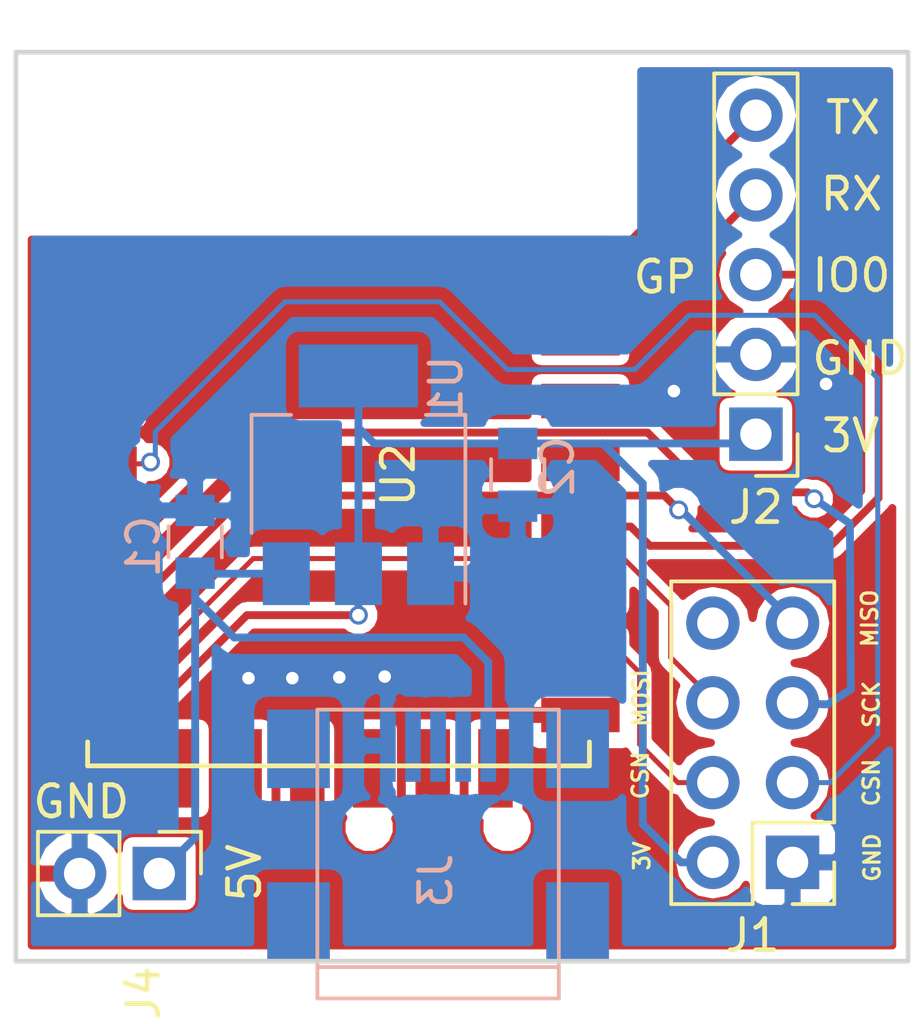
<source format=kicad_pcb>
(kicad_pcb (version 4) (host pcbnew 4.0.7-e2-6376~58~ubuntu17.04.1)

  (general
    (links 26)
    (no_connects 3)
    (area 135.383199 76.582199 163.955801 105.662801)
    (thickness 1.6)
    (drawings 19)
    (tracks 101)
    (zones 0)
    (modules 8)
    (nets 29)
  )

  (page A4)
  (layers
    (0 F.Cu signal)
    (31 B.Cu signal)
    (32 B.Adhes user)
    (33 F.Adhes user)
    (34 B.Paste user)
    (35 F.Paste user)
    (36 B.SilkS user)
    (37 F.SilkS user)
    (38 B.Mask user)
    (39 F.Mask user)
    (40 Dwgs.User user)
    (41 Cmts.User user)
    (42 Eco1.User user)
    (43 Eco2.User user)
    (44 Edge.Cuts user)
    (45 Margin user)
    (46 B.CrtYd user)
    (47 F.CrtYd user)
    (48 B.Fab user)
    (49 F.Fab user hide)
  )

  (setup
    (last_trace_width 0.16)
    (user_trace_width 0.16)
    (trace_clearance 0.2)
    (zone_clearance 0.4)
    (zone_45_only no)
    (trace_min 0.1)
    (segment_width 0.2)
    (edge_width 0.15)
    (via_size 0.6)
    (via_drill 0.4)
    (via_min_size 0.4)
    (via_min_drill 0.3)
    (uvia_size 0.3)
    (uvia_drill 0.1)
    (uvias_allowed no)
    (uvia_min_size 0.2)
    (uvia_min_drill 0.1)
    (pcb_text_width 0.1)
    (pcb_text_size 0.5 0.5)
    (mod_edge_width 0.15)
    (mod_text_size 1 1)
    (mod_text_width 0.15)
    (pad_size 1.524 1.524)
    (pad_drill 0.762)
    (pad_to_mask_clearance 0.2)
    (aux_axis_origin 0 0)
    (visible_elements FFFFFF7F)
    (pcbplotparams
      (layerselection 0x00030_80000001)
      (usegerberextensions false)
      (excludeedgelayer true)
      (linewidth 0.100000)
      (plotframeref false)
      (viasonmask false)
      (mode 1)
      (useauxorigin false)
      (hpglpennumber 1)
      (hpglpenspeed 20)
      (hpglpendiameter 15)
      (hpglpenoverlay 2)
      (psnegative false)
      (psa4output false)
      (plotreference true)
      (plotvalue true)
      (plotinvisibletext false)
      (padsonsilk false)
      (subtractmaskfromsilk false)
      (outputformat 1)
      (mirror false)
      (drillshape 1)
      (scaleselection 1)
      (outputdirectory ""))
  )

  (net 0 "")
  (net 1 +5V)
  (net 2 GND)
  (net 3 +3V3)
  (net 4 CSN)
  (net 5 SCK)
  (net 6 MOSI)
  (net 7 "Net-(J1-Pad7)")
  (net 8 "Net-(J1-Pad8)")
  (net 9 "Net-(J2-Pad3)")
  (net 10 "Net-(J2-Pad4)")
  (net 11 "Net-(J2-Pad5)")
  (net 12 "Net-(J3-Pad2)")
  (net 13 "Net-(J3-Pad3)")
  (net 14 "Net-(J3-Pad4)")
  (net 15 "Net-(J3-Pad6)")
  (net 16 "Net-(U2-Pad1)")
  (net 17 "Net-(U2-Pad2)")
  (net 18 "Net-(U2-Pad3)")
  (net 19 "Net-(U2-Pad13)")
  (net 20 "Net-(U2-Pad14)")
  (net 21 "Net-(U2-Pad17)")
  (net 22 "Net-(U2-Pad18)")
  (net 23 "Net-(U2-Pad19)")
  (net 24 "Net-(U2-Pad20)")
  (net 25 "Net-(U2-Pad21)")
  (net 26 "Net-(U2-Pad22)")
  (net 27 CE)
  (net 28 "Net-(U2-Pad11)")

  (net_class Default "This is the default net class."
    (clearance 0.2)
    (trace_width 0.25)
    (via_dia 0.6)
    (via_drill 0.4)
    (uvia_dia 0.3)
    (uvia_drill 0.1)
    (add_net +3V3)
    (add_net +5V)
    (add_net CE)
    (add_net CSN)
    (add_net GND)
    (add_net MOSI)
    (add_net "Net-(J1-Pad7)")
    (add_net "Net-(J1-Pad8)")
    (add_net "Net-(J2-Pad3)")
    (add_net "Net-(J2-Pad4)")
    (add_net "Net-(J2-Pad5)")
    (add_net "Net-(J3-Pad2)")
    (add_net "Net-(J3-Pad3)")
    (add_net "Net-(J3-Pad4)")
    (add_net "Net-(J3-Pad6)")
    (add_net "Net-(U2-Pad1)")
    (add_net "Net-(U2-Pad11)")
    (add_net "Net-(U2-Pad13)")
    (add_net "Net-(U2-Pad14)")
    (add_net "Net-(U2-Pad17)")
    (add_net "Net-(U2-Pad18)")
    (add_net "Net-(U2-Pad19)")
    (add_net "Net-(U2-Pad2)")
    (add_net "Net-(U2-Pad20)")
    (add_net "Net-(U2-Pad21)")
    (add_net "Net-(U2-Pad22)")
    (add_net "Net-(U2-Pad3)")
    (add_net SCK)
  )

  (net_class 6mil ""
    (clearance 0.2)
    (trace_width 0.2)
    (via_dia 0.6)
    (via_drill 0.4)
    (uvia_dia 0.3)
    (uvia_drill 0.1)
  )

  (module Connect:USB_Mini-B (layer B.Cu) (tedit 59ADA4F1) (tstamp 59B4C857)
    (at 148.59 101.6 90)
    (descr "USB Mini-B 5-pin SMD connector")
    (tags "USB USB_B USB_Mini connector")
    (path /59AC784C)
    (attr smd)
    (fp_text reference J3 (at -1.4986 -0.0762 90) (layer B.SilkS)
      (effects (font (size 1 1) (thickness 0.15)) (justify mirror))
    )
    (fp_text value USB_OTG (at -0.65 7.1 90) (layer B.Fab)
      (effects (font (size 1 1) (thickness 0.15)) (justify mirror))
    )
    (fp_line (start -5.5 5.7) (end 4.2 5.7) (layer B.CrtYd) (width 0.05))
    (fp_line (start 4.2 5.7) (end 4.2 -5.7) (layer B.CrtYd) (width 0.05))
    (fp_line (start 4.2 -5.7) (end -5.5 -5.7) (layer B.CrtYd) (width 0.05))
    (fp_line (start -5.5 -5.7) (end -5.5 5.7) (layer B.CrtYd) (width 0.05))
    (fp_line (start -4.25 3.85) (end -4.25 -3.85) (layer B.SilkS) (width 0.12))
    (fp_line (start -5.25 3.85) (end -5.25 -3.85) (layer B.SilkS) (width 0.12))
    (fp_line (start -5.25 -3.85) (end 3.95 -3.85) (layer B.SilkS) (width 0.12))
    (fp_line (start 3.95 -3.85) (end 3.95 3.85) (layer B.SilkS) (width 0.12))
    (fp_line (start 3.95 3.85) (end -5.25 3.85) (layer B.SilkS) (width 0.12))
    (pad 1 smd rect (at 2.8 1.6 90) (size 2.3 0.5) (layers B.Cu B.Paste B.Mask)
      (net 1 +5V))
    (pad 2 smd rect (at 2.8 0.8 90) (size 2.3 0.5) (layers B.Cu B.Paste B.Mask)
      (net 12 "Net-(J3-Pad2)"))
    (pad 3 smd rect (at 2.8 0 90) (size 2.3 0.5) (layers B.Cu B.Paste B.Mask)
      (net 13 "Net-(J3-Pad3)"))
    (pad 4 smd rect (at 2.8 -0.8 90) (size 2.3 0.5) (layers B.Cu B.Paste B.Mask)
      (net 14 "Net-(J3-Pad4)"))
    (pad 5 smd rect (at 2.8 -1.6 90) (size 2.3 0.5) (layers B.Cu B.Paste B.Mask)
      (net 2 GND))
    (pad 6 smd rect (at 2.7 4.45 90) (size 2.5 2) (layers B.Cu B.Paste B.Mask)
      (net 15 "Net-(J3-Pad6)"))
    (pad 6 smd rect (at -2.8 4.45 90) (size 2.5 2) (layers B.Cu B.Paste B.Mask)
      (net 15 "Net-(J3-Pad6)"))
    (pad 6 smd rect (at 2.7 -4.45 90) (size 2.5 2) (layers B.Cu B.Paste B.Mask)
      (net 15 "Net-(J3-Pad6)"))
    (pad 6 smd rect (at -2.8 -4.45 90) (size 2.5 2) (layers B.Cu B.Paste B.Mask)
      (net 15 "Net-(J3-Pad6)"))
    (pad "" np_thru_hole circle (at 0.2 2.2 90) (size 0.9 0.9) (drill 0.9) (layers *.Cu *.Mask))
    (pad "" np_thru_hole circle (at 0.2 -2.2 90) (size 0.9 0.9) (drill 0.9) (layers *.Cu *.Mask))
  )

  (module ESP8266:ESP-12E_SMD (layer F.Cu) (tedit 58FB7FFE) (tstamp 59B4C948)
    (at 138.43 83.82)
    (descr "Module, ESP-8266, ESP-12, 16 pad, SMD")
    (tags "Module ESP-8266 ESP8266")
    (path /59AC5B7B)
    (fp_text reference U2 (at 8.89 6.35 90) (layer F.SilkS)
      (effects (font (size 1 1) (thickness 0.15)))
    )
    (fp_text value ESP-12E (at 5.08 6.35 90) (layer F.Fab) hide
      (effects (font (size 1 1) (thickness 0.15)))
    )
    (fp_line (start -2.25 -0.5) (end -2.25 -8.75) (layer F.CrtYd) (width 0.05))
    (fp_line (start -2.25 -8.75) (end 15.25 -8.75) (layer F.CrtYd) (width 0.05))
    (fp_line (start 15.25 -8.75) (end 16.25 -8.75) (layer F.CrtYd) (width 0.05))
    (fp_line (start 16.25 -8.75) (end 16.25 16) (layer F.CrtYd) (width 0.05))
    (fp_line (start 16.25 16) (end -2.25 16) (layer F.CrtYd) (width 0.05))
    (fp_line (start -2.25 16) (end -2.25 -0.5) (layer F.CrtYd) (width 0.05))
    (fp_line (start -1.016 -8.382) (end 14.986 -8.382) (layer F.CrtYd) (width 0.1524))
    (fp_line (start 14.986 -8.382) (end 14.986 -0.889) (layer F.CrtYd) (width 0.1524))
    (fp_line (start -1.016 -8.382) (end -1.016 -1.016) (layer F.CrtYd) (width 0.1524))
    (fp_line (start -1.016 14.859) (end -1.016 15.621) (layer F.SilkS) (width 0.1524))
    (fp_line (start -1.016 15.621) (end 14.986 15.621) (layer F.SilkS) (width 0.1524))
    (fp_line (start 14.986 15.621) (end 14.986 14.859) (layer F.SilkS) (width 0.1524))
    (fp_line (start 14.992 -8.4) (end -1.008 -2.6) (layer F.CrtYd) (width 0.1524))
    (fp_line (start -1.008 -8.4) (end 14.992 -2.6) (layer F.CrtYd) (width 0.1524))
    (fp_text user "No Copper" (at 6.892 -5.4) (layer F.CrtYd)
      (effects (font (size 1 1) (thickness 0.15)))
    )
    (fp_line (start -1.008 -2.6) (end 14.992 -2.6) (layer F.CrtYd) (width 0.1524))
    (fp_line (start 15 -8.4) (end 15 15.6) (layer F.Fab) (width 0.05))
    (fp_line (start 14.992 15.6) (end -1.008 15.6) (layer F.Fab) (width 0.05))
    (fp_line (start -1.008 15.6) (end -1.008 -8.4) (layer F.Fab) (width 0.05))
    (fp_line (start -1.008 -8.4) (end 14.992 -8.4) (layer F.Fab) (width 0.05))
    (pad 1 smd rect (at 0 0) (size 2.5 1.1) (drill (offset -0.7 0)) (layers F.Cu F.Paste F.Mask)
      (net 16 "Net-(U2-Pad1)"))
    (pad 2 smd rect (at 0 2) (size 2.5 1.1) (drill (offset -0.7 0)) (layers F.Cu F.Paste F.Mask)
      (net 17 "Net-(U2-Pad2)"))
    (pad 3 smd rect (at 0 4) (size 2.5 1.1) (drill (offset -0.7 0)) (layers F.Cu F.Paste F.Mask)
      (net 18 "Net-(U2-Pad3)"))
    (pad 4 smd rect (at 0 6) (size 2.5 1.1) (drill (offset -0.7 0)) (layers F.Cu F.Paste F.Mask)
      (net 27 CE))
    (pad 5 smd rect (at 0 8) (size 2.5 1.1) (drill (offset -0.7 0)) (layers F.Cu F.Paste F.Mask)
      (net 5 SCK))
    (pad 6 smd rect (at 0 10) (size 2.5 1.1) (drill (offset -0.7 0)) (layers F.Cu F.Paste F.Mask)
      (net 7 "Net-(J1-Pad7)"))
    (pad 7 smd rect (at 0 12) (size 2.5 1.1) (drill (offset -0.7 0)) (layers F.Cu F.Paste F.Mask)
      (net 6 MOSI))
    (pad 8 smd rect (at 0 14) (size 2.5 1.1) (drill (offset -0.7 0)) (layers F.Cu F.Paste F.Mask)
      (net 3 +3V3))
    (pad 9 smd rect (at 14 14) (size 2.5 1.1) (drill (offset 0.7 0)) (layers F.Cu F.Paste F.Mask)
      (net 2 GND))
    (pad 10 smd rect (at 14 12) (size 2.5 1.1) (drill (offset 0.7 0)) (layers F.Cu F.Paste F.Mask)
      (net 4 CSN))
    (pad 11 smd rect (at 14 10) (size 2.5 1.1) (drill (offset 0.7 0)) (layers F.Cu F.Paste F.Mask)
      (net 28 "Net-(U2-Pad11)"))
    (pad 12 smd rect (at 14 8) (size 2.5 1.1) (drill (offset 0.7 0)) (layers F.Cu F.Paste F.Mask)
      (net 9 "Net-(J2-Pad3)"))
    (pad 13 smd rect (at 14 6) (size 2.5 1.1) (drill (offset 0.7 0)) (layers F.Cu F.Paste F.Mask)
      (net 19 "Net-(U2-Pad13)"))
    (pad 14 smd rect (at 14 4) (size 2.5 1.1) (drill (offset 0.7 0)) (layers F.Cu F.Paste F.Mask)
      (net 20 "Net-(U2-Pad14)"))
    (pad 15 smd rect (at 14 2) (size 2.5 1.1) (drill (offset 0.7 0)) (layers F.Cu F.Paste F.Mask)
      (net 10 "Net-(J2-Pad4)"))
    (pad 16 smd rect (at 14 0) (size 2.5 1.1) (drill (offset 0.7 0)) (layers F.Cu F.Paste F.Mask)
      (net 11 "Net-(J2-Pad5)"))
    (pad 17 smd rect (at 1.99 15 90) (size 2.5 1.1) (drill (offset -0.7 0)) (layers F.Cu F.Paste F.Mask)
      (net 21 "Net-(U2-Pad17)"))
    (pad 18 smd rect (at 3.99 15 90) (size 2.5 1.1) (drill (offset -0.7 0)) (layers F.Cu F.Paste F.Mask)
      (net 22 "Net-(U2-Pad18)"))
    (pad 19 smd rect (at 5.99 15 90) (size 2.5 1.1) (drill (offset -0.7 0)) (layers F.Cu F.Paste F.Mask)
      (net 23 "Net-(U2-Pad19)"))
    (pad 20 smd rect (at 7.99 15 90) (size 2.5 1.1) (drill (offset -0.7 0)) (layers F.Cu F.Paste F.Mask)
      (net 24 "Net-(U2-Pad20)"))
    (pad 21 smd rect (at 9.99 15 90) (size 2.5 1.1) (drill (offset -0.7 0)) (layers F.Cu F.Paste F.Mask)
      (net 25 "Net-(U2-Pad21)"))
    (pad 22 smd rect (at 11.99 15 90) (size 2.5 1.1) (drill (offset -0.7 0)) (layers F.Cu F.Paste F.Mask)
      (net 26 "Net-(U2-Pad22)"))
    (model ${ESPLIB}/ESP8266.3dshapes/ESP-12.wrl
      (at (xyz 0 0 0))
      (scale (xyz 0.3937 0.3937 0.3937))
      (rotate (xyz 0 0 0))
    )
  )

  (module Capacitors_SMD:C_0805 (layer B.Cu) (tedit 59ADBBCB) (tstamp 59B4C82D)
    (at 140.843 92.3036 90)
    (descr "Capacitor SMD 0805, reflow soldering, AVX (see smccp.pdf)")
    (tags "capacitor 0805")
    (path /59AC645E)
    (attr smd)
    (fp_text reference C1 (at -0.1524 -1.651 90) (layer B.SilkS)
      (effects (font (size 1 1) (thickness 0.15)) (justify mirror))
    )
    (fp_text value 10uF (at 0 -1.75 90) (layer B.Fab)
      (effects (font (size 1 1) (thickness 0.15)) (justify mirror))
    )
    (fp_text user %R (at 0 1.5 90) (layer B.Fab)
      (effects (font (size 1 1) (thickness 0.15)) (justify mirror))
    )
    (fp_line (start -1 -0.62) (end -1 0.62) (layer B.Fab) (width 0.1))
    (fp_line (start 1 -0.62) (end -1 -0.62) (layer B.Fab) (width 0.1))
    (fp_line (start 1 0.62) (end 1 -0.62) (layer B.Fab) (width 0.1))
    (fp_line (start -1 0.62) (end 1 0.62) (layer B.Fab) (width 0.1))
    (fp_line (start 0.5 0.85) (end -0.5 0.85) (layer B.SilkS) (width 0.12))
    (fp_line (start -0.5 -0.85) (end 0.5 -0.85) (layer B.SilkS) (width 0.12))
    (fp_line (start -1.75 0.88) (end 1.75 0.88) (layer B.CrtYd) (width 0.05))
    (fp_line (start -1.75 0.88) (end -1.75 -0.87) (layer B.CrtYd) (width 0.05))
    (fp_line (start 1.75 -0.87) (end 1.75 0.88) (layer B.CrtYd) (width 0.05))
    (fp_line (start 1.75 -0.87) (end -1.75 -0.87) (layer B.CrtYd) (width 0.05))
    (pad 1 smd rect (at -1 0 90) (size 1 1.25) (layers B.Cu B.Paste B.Mask)
      (net 1 +5V))
    (pad 2 smd rect (at 1 0 90) (size 1 1.25) (layers B.Cu B.Paste B.Mask)
      (net 2 GND))
    (model Capacitors_SMD.3dshapes/C_0805.wrl
      (at (xyz 0 0 0))
      (scale (xyz 1 1 1))
      (rotate (xyz 0 0 0))
    )
  )

  (module Capacitors_SMD:C_0805 (layer B.Cu) (tedit 59ADBBD1) (tstamp 59B4C833)
    (at 151.13 90.17 270)
    (descr "Capacitor SMD 0805, reflow soldering, AVX (see smccp.pdf)")
    (tags "capacitor 0805")
    (path /59AC6401)
    (attr smd)
    (fp_text reference C2 (at -0.254 -1.27 270) (layer B.SilkS)
      (effects (font (size 1 1) (thickness 0.15)) (justify mirror))
    )
    (fp_text value 10uF (at 0 -1.75 270) (layer B.Fab)
      (effects (font (size 1 1) (thickness 0.15)) (justify mirror))
    )
    (fp_text user %R (at 0 1.5 270) (layer B.Fab)
      (effects (font (size 1 1) (thickness 0.15)) (justify mirror))
    )
    (fp_line (start -1 -0.62) (end -1 0.62) (layer B.Fab) (width 0.1))
    (fp_line (start 1 -0.62) (end -1 -0.62) (layer B.Fab) (width 0.1))
    (fp_line (start 1 0.62) (end 1 -0.62) (layer B.Fab) (width 0.1))
    (fp_line (start -1 0.62) (end 1 0.62) (layer B.Fab) (width 0.1))
    (fp_line (start 0.5 0.85) (end -0.5 0.85) (layer B.SilkS) (width 0.12))
    (fp_line (start -0.5 -0.85) (end 0.5 -0.85) (layer B.SilkS) (width 0.12))
    (fp_line (start -1.75 0.88) (end 1.75 0.88) (layer B.CrtYd) (width 0.05))
    (fp_line (start -1.75 0.88) (end -1.75 -0.87) (layer B.CrtYd) (width 0.05))
    (fp_line (start 1.75 -0.87) (end 1.75 0.88) (layer B.CrtYd) (width 0.05))
    (fp_line (start 1.75 -0.87) (end -1.75 -0.87) (layer B.CrtYd) (width 0.05))
    (pad 1 smd rect (at -1 0 270) (size 1 1.25) (layers B.Cu B.Paste B.Mask)
      (net 3 +3V3))
    (pad 2 smd rect (at 1 0 270) (size 1 1.25) (layers B.Cu B.Paste B.Mask)
      (net 2 GND))
    (model Capacitors_SMD.3dshapes/C_0805.wrl
      (at (xyz 0 0 0))
      (scale (xyz 1 1 1))
      (rotate (xyz 0 0 0))
    )
  )

  (module Pin_Headers:Pin_Header_Straight_2x04_Pitch2.54mm (layer F.Cu) (tedit 59650532) (tstamp 59B4C83F)
    (at 159.893 102.5144 180)
    (descr "Through hole straight pin header, 2x04, 2.54mm pitch, double rows")
    (tags "Through hole pin header THT 2x04 2.54mm double row")
    (path /59AC5FAA)
    (fp_text reference J1 (at 1.27 -2.33 180) (layer F.SilkS)
      (effects (font (size 1 1) (thickness 0.15)))
    )
    (fp_text value Conn_02x04_Odd_Even (at 1.27 9.95 180) (layer F.Fab)
      (effects (font (size 1 1) (thickness 0.15)))
    )
    (fp_line (start 0 -1.27) (end 3.81 -1.27) (layer F.Fab) (width 0.1))
    (fp_line (start 3.81 -1.27) (end 3.81 8.89) (layer F.Fab) (width 0.1))
    (fp_line (start 3.81 8.89) (end -1.27 8.89) (layer F.Fab) (width 0.1))
    (fp_line (start -1.27 8.89) (end -1.27 0) (layer F.Fab) (width 0.1))
    (fp_line (start -1.27 0) (end 0 -1.27) (layer F.Fab) (width 0.1))
    (fp_line (start -1.33 8.95) (end 3.87 8.95) (layer F.SilkS) (width 0.12))
    (fp_line (start -1.33 1.27) (end -1.33 8.95) (layer F.SilkS) (width 0.12))
    (fp_line (start 3.87 -1.33) (end 3.87 8.95) (layer F.SilkS) (width 0.12))
    (fp_line (start -1.33 1.27) (end 1.27 1.27) (layer F.SilkS) (width 0.12))
    (fp_line (start 1.27 1.27) (end 1.27 -1.33) (layer F.SilkS) (width 0.12))
    (fp_line (start 1.27 -1.33) (end 3.87 -1.33) (layer F.SilkS) (width 0.12))
    (fp_line (start -1.33 0) (end -1.33 -1.33) (layer F.SilkS) (width 0.12))
    (fp_line (start -1.33 -1.33) (end 0 -1.33) (layer F.SilkS) (width 0.12))
    (fp_line (start -1.8 -1.8) (end -1.8 9.4) (layer F.CrtYd) (width 0.05))
    (fp_line (start -1.8 9.4) (end 4.35 9.4) (layer F.CrtYd) (width 0.05))
    (fp_line (start 4.35 9.4) (end 4.35 -1.8) (layer F.CrtYd) (width 0.05))
    (fp_line (start 4.35 -1.8) (end -1.8 -1.8) (layer F.CrtYd) (width 0.05))
    (fp_text user %R (at 1.27 3.81 270) (layer F.Fab)
      (effects (font (size 1 1) (thickness 0.15)))
    )
    (pad 1 thru_hole rect (at 0 0 180) (size 1.7 1.7) (drill 1) (layers *.Cu *.Mask)
      (net 2 GND))
    (pad 2 thru_hole oval (at 2.54 0 180) (size 1.7 1.7) (drill 1) (layers *.Cu *.Mask)
      (net 3 +3V3))
    (pad 3 thru_hole oval (at 0 2.54 180) (size 1.7 1.7) (drill 1) (layers *.Cu *.Mask)
      (net 27 CE))
    (pad 4 thru_hole oval (at 2.54 2.54 180) (size 1.7 1.7) (drill 1) (layers *.Cu *.Mask)
      (net 4 CSN))
    (pad 5 thru_hole oval (at 0 5.08 180) (size 1.7 1.7) (drill 1) (layers *.Cu *.Mask)
      (net 5 SCK))
    (pad 6 thru_hole oval (at 2.54 5.08 180) (size 1.7 1.7) (drill 1) (layers *.Cu *.Mask)
      (net 6 MOSI))
    (pad 7 thru_hole oval (at 0 7.62 180) (size 1.7 1.7) (drill 1) (layers *.Cu *.Mask)
      (net 7 "Net-(J1-Pad7)"))
    (pad 8 thru_hole oval (at 2.54 7.62 180) (size 1.7 1.7) (drill 1) (layers *.Cu *.Mask)
      (net 8 "Net-(J1-Pad8)"))
    (model ${KISYS3DMOD}/Pin_Headers.3dshapes/Pin_Header_Straight_2x04_Pitch2.54mm.wrl
      (at (xyz 0 0 0))
      (scale (xyz 1 1 1))
      (rotate (xyz 0 0 0))
    )
  )

  (module TO_SOT_Packages_SMD:SOT-223-3Lead_TabPin2 (layer B.Cu) (tedit 59ADBBDA) (tstamp 59B4C9A2)
    (at 146.05 90.17 90)
    (descr "module CMS SOT223 4 pins")
    (tags "CMS SOT")
    (path /59AC5C52)
    (attr smd)
    (fp_text reference U1 (at 2.794 2.794 90) (layer B.SilkS)
      (effects (font (size 1 1) (thickness 0.15)) (justify mirror))
    )
    (fp_text value LM1117-3.3 (at 0 -4.5 90) (layer B.Fab)
      (effects (font (size 1 1) (thickness 0.15)) (justify mirror))
    )
    (fp_text user %R (at 0 0 270) (layer B.Fab)
      (effects (font (size 1 1) (thickness 0.15)) (justify mirror))
    )
    (fp_line (start 1.91 -3.41) (end 1.91 -2.15) (layer B.SilkS) (width 0.12))
    (fp_line (start 1.91 3.41) (end 1.91 2.15) (layer B.SilkS) (width 0.12))
    (fp_line (start 4.4 3.6) (end -4.4 3.6) (layer B.CrtYd) (width 0.05))
    (fp_line (start 4.4 -3.6) (end 4.4 3.6) (layer B.CrtYd) (width 0.05))
    (fp_line (start -4.4 -3.6) (end 4.4 -3.6) (layer B.CrtYd) (width 0.05))
    (fp_line (start -4.4 3.6) (end -4.4 -3.6) (layer B.CrtYd) (width 0.05))
    (fp_line (start -1.85 2.35) (end -0.85 3.35) (layer B.Fab) (width 0.1))
    (fp_line (start -1.85 2.35) (end -1.85 -3.35) (layer B.Fab) (width 0.1))
    (fp_line (start -1.85 -3.41) (end 1.91 -3.41) (layer B.SilkS) (width 0.12))
    (fp_line (start -0.85 3.35) (end 1.85 3.35) (layer B.Fab) (width 0.1))
    (fp_line (start -4.1 3.41) (end 1.91 3.41) (layer B.SilkS) (width 0.12))
    (fp_line (start -1.85 -3.35) (end 1.85 -3.35) (layer B.Fab) (width 0.1))
    (fp_line (start 1.85 3.35) (end 1.85 -3.35) (layer B.Fab) (width 0.1))
    (pad 2 smd rect (at 3.15 0 90) (size 2 3.8) (layers B.Cu B.Paste B.Mask)
      (net 3 +3V3))
    (pad 2 smd rect (at -3.15 0 90) (size 2 1.5) (layers B.Cu B.Paste B.Mask)
      (net 3 +3V3))
    (pad 3 smd rect (at -3.15 -2.3 90) (size 2 1.5) (layers B.Cu B.Paste B.Mask)
      (net 1 +5V))
    (pad 1 smd rect (at -3.15 2.3 90) (size 2 1.5) (layers B.Cu B.Paste B.Mask)
      (net 2 GND))
    (model ${KISYS3DMOD}/TO_SOT_Packages_SMD.3dshapes/SOT-223.wrl
      (at (xyz 0 0 0))
      (scale (xyz 1 1 1))
      (rotate (xyz 0 0 0))
    )
  )

  (module Pin_Headers:Pin_Header_Straight_1x05_Pitch2.54mm (layer F.Cu) (tedit 59650532) (tstamp 59AD7B5D)
    (at 158.7246 88.8746 180)
    (descr "Through hole straight pin header, 1x05, 2.54mm pitch, single row")
    (tags "Through hole pin header THT 1x05 2.54mm single row")
    (path /59AC5D57)
    (fp_text reference J2 (at 0 -2.33 180) (layer F.SilkS)
      (effects (font (size 1 1) (thickness 0.15)))
    )
    (fp_text value Conn_01x05_Female (at 0 12.49 180) (layer F.Fab)
      (effects (font (size 1 1) (thickness 0.15)))
    )
    (fp_line (start -0.635 -1.27) (end 1.27 -1.27) (layer F.Fab) (width 0.1))
    (fp_line (start 1.27 -1.27) (end 1.27 11.43) (layer F.Fab) (width 0.1))
    (fp_line (start 1.27 11.43) (end -1.27 11.43) (layer F.Fab) (width 0.1))
    (fp_line (start -1.27 11.43) (end -1.27 -0.635) (layer F.Fab) (width 0.1))
    (fp_line (start -1.27 -0.635) (end -0.635 -1.27) (layer F.Fab) (width 0.1))
    (fp_line (start -1.33 11.49) (end 1.33 11.49) (layer F.SilkS) (width 0.12))
    (fp_line (start -1.33 1.27) (end -1.33 11.49) (layer F.SilkS) (width 0.12))
    (fp_line (start 1.33 1.27) (end 1.33 11.49) (layer F.SilkS) (width 0.12))
    (fp_line (start -1.33 1.27) (end 1.33 1.27) (layer F.SilkS) (width 0.12))
    (fp_line (start -1.33 0) (end -1.33 -1.33) (layer F.SilkS) (width 0.12))
    (fp_line (start -1.33 -1.33) (end 0 -1.33) (layer F.SilkS) (width 0.12))
    (fp_line (start -1.8 -1.8) (end -1.8 11.95) (layer F.CrtYd) (width 0.05))
    (fp_line (start -1.8 11.95) (end 1.8 11.95) (layer F.CrtYd) (width 0.05))
    (fp_line (start 1.8 11.95) (end 1.8 -1.8) (layer F.CrtYd) (width 0.05))
    (fp_line (start 1.8 -1.8) (end -1.8 -1.8) (layer F.CrtYd) (width 0.05))
    (fp_text user %R (at 0 5.08 270) (layer F.Fab)
      (effects (font (size 1 1) (thickness 0.15)))
    )
    (pad 1 thru_hole rect (at 0 0 180) (size 1.7 1.7) (drill 1) (layers *.Cu *.Mask)
      (net 3 +3V3))
    (pad 2 thru_hole oval (at 0 2.54 180) (size 1.7 1.7) (drill 1) (layers *.Cu *.Mask)
      (net 2 GND))
    (pad 3 thru_hole oval (at 0 5.08 180) (size 1.7 1.7) (drill 1) (layers *.Cu *.Mask)
      (net 9 "Net-(J2-Pad3)"))
    (pad 4 thru_hole oval (at 0 7.62 180) (size 1.7 1.7) (drill 1) (layers *.Cu *.Mask)
      (net 10 "Net-(J2-Pad4)"))
    (pad 5 thru_hole oval (at 0 10.16 180) (size 1.7 1.7) (drill 1) (layers *.Cu *.Mask)
      (net 11 "Net-(J2-Pad5)"))
    (model ${KISYS3DMOD}/Pin_Headers.3dshapes/Pin_Header_Straight_1x05_Pitch2.54mm.wrl
      (at (xyz 0 0 0))
      (scale (xyz 1 1 1))
      (rotate (xyz 0 0 0))
    )
  )

  (module Pin_Headers:Pin_Header_Straight_1x02_Pitch2.54mm (layer F.Cu) (tedit 59ADBB77) (tstamp 59AD7E18)
    (at 139.7 102.87 270)
    (descr "Through hole straight pin header, 1x02, 2.54mm pitch, single row")
    (tags "Through hole pin header THT 1x02 2.54mm single row")
    (path /59AC7FCD)
    (fp_text reference J4 (at 3.81 0.508 270) (layer F.SilkS)
      (effects (font (size 1 1) (thickness 0.15)))
    )
    (fp_text value Conn_01x02_Female (at 0 4.87 270) (layer F.Fab)
      (effects (font (size 1 1) (thickness 0.15)))
    )
    (fp_line (start -0.635 -1.27) (end 1.27 -1.27) (layer F.Fab) (width 0.1))
    (fp_line (start 1.27 -1.27) (end 1.27 3.81) (layer F.Fab) (width 0.1))
    (fp_line (start 1.27 3.81) (end -1.27 3.81) (layer F.Fab) (width 0.1))
    (fp_line (start -1.27 3.81) (end -1.27 -0.635) (layer F.Fab) (width 0.1))
    (fp_line (start -1.27 -0.635) (end -0.635 -1.27) (layer F.Fab) (width 0.1))
    (fp_line (start -1.33 3.87) (end 1.33 3.87) (layer F.SilkS) (width 0.12))
    (fp_line (start -1.33 1.27) (end -1.33 3.87) (layer F.SilkS) (width 0.12))
    (fp_line (start 1.33 1.27) (end 1.33 3.87) (layer F.SilkS) (width 0.12))
    (fp_line (start -1.33 1.27) (end 1.33 1.27) (layer F.SilkS) (width 0.12))
    (fp_line (start -1.33 0) (end -1.33 -1.33) (layer F.SilkS) (width 0.12))
    (fp_line (start -1.33 -1.33) (end 0 -1.33) (layer F.SilkS) (width 0.12))
    (fp_line (start -1.8 -1.8) (end -1.8 4.35) (layer F.CrtYd) (width 0.05))
    (fp_line (start -1.8 4.35) (end 1.8 4.35) (layer F.CrtYd) (width 0.05))
    (fp_line (start 1.8 4.35) (end 1.8 -1.8) (layer F.CrtYd) (width 0.05))
    (fp_line (start 1.8 -1.8) (end -1.8 -1.8) (layer F.CrtYd) (width 0.05))
    (fp_text user %R (at 0 1.27 360) (layer F.Fab)
      (effects (font (size 1 1) (thickness 0.15)))
    )
    (pad 1 thru_hole rect (at 0 0 270) (size 1.7 1.7) (drill 1) (layers *.Cu *.Mask)
      (net 1 +5V))
    (pad 2 thru_hole oval (at 0 2.54 270) (size 1.7 1.7) (drill 1) (layers *.Cu *.Mask)
      (net 2 GND))
    (model ${KISYS3DMOD}/Pin_Headers.3dshapes/Pin_Header_Straight_1x02_Pitch2.54mm.wrl
      (at (xyz 0 0 0))
      (scale (xyz 1 1 1))
      (rotate (xyz 0 0 0))
    )
  )

  (gr_line (start 163.576 76.708) (end 135.128 76.708) (angle 90) (layer Edge.Cuts) (width 0.15))
  (gr_line (start 163.576 105.664) (end 163.576 76.708) (angle 90) (layer Edge.Cuts) (width 0.15))
  (gr_line (start 135.128 105.664) (end 163.576 105.664) (angle 90) (layer Edge.Cuts) (width 0.15))
  (gr_line (start 135.128 76.708) (end 135.128 105.664) (angle 90) (layer Edge.Cuts) (width 0.15))
  (gr_text 3V (at 155.0924 102.3112 90) (layer F.SilkS)
    (effects (font (size 0.5 0.5) (thickness 0.1)))
  )
  (gr_text CSN (at 155.0416 99.7458 90) (layer F.SilkS)
    (effects (font (size 0.5 0.5) (thickness 0.1)))
  )
  (gr_text MOSI (at 155.067 97.282 90) (layer F.SilkS)
    (effects (font (size 0.5 0.5) (thickness 0.1)))
  )
  (gr_text MISO (at 162.3568 94.742 90) (layer F.SilkS)
    (effects (font (size 0.5 0.5) (thickness 0.1)))
  )
  (gr_text SCK (at 162.4076 97.4852 90) (layer F.SilkS)
    (effects (font (size 0.5 0.5) (thickness 0.1)))
  )
  (gr_text CSN (at 162.4076 99.9744 90) (layer F.SilkS)
    (effects (font (size 0.5 0.5) (thickness 0.1)))
  )
  (gr_text GND (at 162.433 102.362 90) (layer F.SilkS)
    (effects (font (size 0.5 0.5) (thickness 0.1)))
  )
  (gr_text GND (at 137.2108 100.584) (layer F.SilkS)
    (effects (font (size 1 1) (thickness 0.15)))
  )
  (gr_text 5V (at 142.4178 102.8446 90) (layer F.SilkS)
    (effects (font (size 1 1) (thickness 0.15)))
  )
  (gr_text 3V (at 161.7472 88.9254) (layer F.SilkS)
    (effects (font (size 1 1) (thickness 0.15)))
  )
  (gr_text TX (at 161.8234 78.7908) (layer F.SilkS)
    (effects (font (size 1 1) (thickness 0.15)))
  )
  (gr_text RX (at 161.7726 81.2292) (layer F.SilkS)
    (effects (font (size 1 1) (thickness 0.15)))
  )
  (gr_text IO0 (at 161.7726 83.82) (layer F.SilkS)
    (effects (font (size 1 1) (thickness 0.15)))
  )
  (gr_text GP (at 155.829 83.8708) (layer F.SilkS)
    (effects (font (size 1 1) (thickness 0.15)))
  )
  (gr_text GND (at 162.052 86.4616) (layer F.SilkS)
    (effects (font (size 1 1) (thickness 0.15)))
  )

  (segment (start 143.75 93.32) (end 140.8594 93.32) (width 0.25) (layer B.Cu) (net 1))
  (segment (start 140.8594 93.32) (end 140.843 93.3036) (width 0.25) (layer B.Cu) (net 1) (tstamp 59AD9A5B))
  (segment (start 140.843 93.3036) (end 140.843 101.727) (width 0.25) (layer B.Cu) (net 1))
  (segment (start 140.843 101.727) (end 139.7 102.87) (width 0.25) (layer B.Cu) (net 1) (tstamp 59AD9A0A))
  (segment (start 140.843 93.3036) (end 140.843 94.107) (width 0.25) (layer B.Cu) (net 1))
  (segment (start 150.19 96.1388) (end 150.19 98.8) (width 0.25) (layer B.Cu) (net 1) (tstamp 59AD9508))
  (segment (start 149.4028 95.3516) (end 150.19 96.1388) (width 0.25) (layer B.Cu) (net 1) (tstamp 59AD9507))
  (segment (start 142.0876 95.3516) (end 149.4028 95.3516) (width 0.25) (layer B.Cu) (net 1) (tstamp 59AD94FF))
  (segment (start 140.843 94.107) (end 142.0876 95.3516) (width 0.25) (layer B.Cu) (net 1) (tstamp 59AD94F9))
  (segment (start 146.99 98.8) (end 146.99 96.698) (width 0.16) (layer B.Cu) (net 2))
  (segment (start 142.5448 96.647) (end 142.5448 96.6216) (width 0.16) (layer B.Cu) (net 2) (tstamp 59ADB4E9))
  (via (at 142.5448 96.647) (size 0.6) (drill 0.4) (layers F.Cu B.Cu) (net 2))
  (segment (start 143.9418 96.647) (end 142.5448 96.647) (width 0.16) (layer F.Cu) (net 2) (tstamp 59ADB4E6))
  (via (at 143.9418 96.647) (size 0.6) (drill 0.4) (layers F.Cu B.Cu) (net 2))
  (segment (start 145.415 96.647) (end 143.9418 96.647) (width 0.16) (layer B.Cu) (net 2) (tstamp 59ADB4E0))
  (segment (start 145.4404 96.6216) (end 145.415 96.647) (width 0.16) (layer B.Cu) (net 2) (tstamp 59ADB4DF))
  (via (at 145.4404 96.6216) (size 0.6) (drill 0.4) (layers F.Cu B.Cu) (net 2))
  (segment (start 146.8628 96.6216) (end 145.4404 96.6216) (width 0.16) (layer F.Cu) (net 2) (tstamp 59ADB4DB))
  (segment (start 146.8882 96.5962) (end 146.8628 96.6216) (width 0.16) (layer F.Cu) (net 2) (tstamp 59ADB4DA))
  (via (at 146.8882 96.5962) (size 0.6) (drill 0.4) (layers F.Cu B.Cu) (net 2))
  (segment (start 146.99 96.698) (end 146.8882 96.5962) (width 0.16) (layer B.Cu) (net 2) (tstamp 59ADB4CF))
  (segment (start 158.7246 86.3346) (end 160.02 86.3346) (width 0.16) (layer F.Cu) (net 2))
  (segment (start 160.9598 87.2744) (end 161.036 87.2744) (width 0.16) (layer B.Cu) (net 2) (tstamp 59ADB4C0))
  (via (at 160.9598 87.2744) (size 0.6) (drill 0.4) (layers F.Cu B.Cu) (net 2))
  (segment (start 160.02 86.3346) (end 160.9598 87.2744) (width 0.16) (layer F.Cu) (net 2) (tstamp 59ADB4BA))
  (segment (start 158.7246 86.3346) (end 157.2768 86.3346) (width 0.16) (layer B.Cu) (net 2))
  (via (at 156.1084 87.503) (size 0.6) (drill 0.4) (layers F.Cu B.Cu) (net 2))
  (segment (start 157.2768 86.3346) (end 156.1084 87.503) (width 0.16) (layer B.Cu) (net 2) (tstamp 59ADB4B3))
  (segment (start 138.43 97.82) (end 139.3144 97.82) (width 0.25) (layer F.Cu) (net 3))
  (segment (start 146.05 94.6404) (end 146.05 93.32) (width 0.25) (layer B.Cu) (net 3) (tstamp 59AD9969))
  (via (at 146.05 94.6404) (size 0.6) (drill 0.4) (layers F.Cu B.Cu) (net 3))
  (segment (start 142.494 94.6404) (end 146.05 94.6404) (width 0.25) (layer F.Cu) (net 3) (tstamp 59AD9947))
  (segment (start 139.3144 97.82) (end 142.494 94.6404) (width 0.25) (layer F.Cu) (net 3) (tstamp 59AD9941))
  (segment (start 157.353 102.5144) (end 156.337 102.5144) (width 0.25) (layer B.Cu) (net 3))
  (segment (start 155.1178 90.4494) (end 153.8384 89.17) (width 0.25) (layer B.Cu) (net 3) (tstamp 59AD959C))
  (segment (start 155.1178 101.2952) (end 155.1178 90.4494) (width 0.25) (layer B.Cu) (net 3) (tstamp 59AD9592))
  (segment (start 156.337 102.5144) (end 155.1178 101.2952) (width 0.25) (layer B.Cu) (net 3) (tstamp 59AD958F))
  (segment (start 151.13 89.17) (end 153.8384 89.17) (width 0.25) (layer B.Cu) (net 3))
  (segment (start 153.8384 89.17) (end 158.4292 89.17) (width 0.25) (layer B.Cu) (net 3) (tstamp 59AD95A2))
  (segment (start 158.4292 89.17) (end 158.7246 88.8746) (width 0.25) (layer B.Cu) (net 3) (tstamp 59AD957E))
  (segment (start 151.13 89.17) (end 146.5486 89.17) (width 0.25) (layer B.Cu) (net 3))
  (segment (start 146.5486 89.17) (end 146.05 88.6714) (width 0.25) (layer B.Cu) (net 3) (tstamp 59AD9519))
  (segment (start 146.05 93.32) (end 146.05 88.6714) (width 0.25) (layer B.Cu) (net 3))
  (segment (start 146.05 88.6714) (end 146.05 87.02) (width 0.25) (layer B.Cu) (net 3) (tstamp 59AD9521))
  (segment (start 152.43 95.82) (end 154.367 95.82) (width 0.16) (layer F.Cu) (net 4))
  (segment (start 154.367 95.82) (end 155.0162 96.4692) (width 0.16) (layer F.Cu) (net 4) (tstamp 59AD98AD))
  (segment (start 155.0162 96.4692) (end 155.0162 98.7552) (width 0.16) (layer F.Cu) (net 4) (tstamp 59AD98AF))
  (segment (start 155.0162 98.7552) (end 156.2354 99.9744) (width 0.16) (layer F.Cu) (net 4) (tstamp 59AD98B8))
  (segment (start 156.2354 99.9744) (end 157.353 99.9744) (width 0.16) (layer F.Cu) (net 4) (tstamp 59AD98BF))
  (segment (start 159.893 97.4344) (end 161.011769 97.484495) (width 0.25) (layer B.Cu) (net 5))
  (segment (start 139.4216 91.82) (end 138.43 91.82) (width 0.25) (layer F.Cu) (net 5) (tstamp 59AD9692))
  (segment (start 142.4178 88.8238) (end 139.4216 91.82) (width 0.25) (layer F.Cu) (net 5) (tstamp 59AD9688))
  (segment (start 155.2702 88.8238) (end 142.4178 88.8238) (width 0.25) (layer F.Cu) (net 5) (tstamp 59AD9682))
  (segment (start 157.1752 90.7288) (end 155.2702 88.8238) (width 0.25) (layer F.Cu) (net 5) (tstamp 59AD967C))
  (segment (start 160.3756 90.7288) (end 157.1752 90.7288) (width 0.25) (layer F.Cu) (net 5) (tstamp 59AD9672))
  (segment (start 160.5788 90.932) (end 160.3756 90.7288) (width 0.25) (layer F.Cu) (net 5) (tstamp 59AD9671))
  (via (at 160.5788 90.932) (size 0.6) (drill 0.4) (layers F.Cu B.Cu) (net 5))
  (segment (start 161.7218 91.7194) (end 160.5788 90.932) (width 0.25) (layer B.Cu) (net 5) (tstamp 59AD9663))
  (segment (start 161.753891 97.002905) (end 161.7218 91.7194) (width 0.25) (layer B.Cu) (net 5) (tstamp 59AD965D))
  (segment (start 161.011769 97.484495) (end 161.753891 97.002905) (width 0.25) (layer B.Cu) (net 5) (tstamp 59AD9657))
  (segment (start 157.353 97.4344) (end 157.353 97.3328) (width 0.16) (layer F.Cu) (net 6))
  (segment (start 157.353 97.3328) (end 156.0068 95.9866) (width 0.16) (layer F.Cu) (net 6) (tstamp 59AD98E8))
  (segment (start 156.0068 95.9866) (end 156.0068 94.3356) (width 0.16) (layer F.Cu) (net 6) (tstamp 59AD98EC))
  (segment (start 156.0068 94.3356) (end 154.5082 92.837) (width 0.16) (layer F.Cu) (net 6) (tstamp 59AD98F2))
  (segment (start 154.5082 92.837) (end 142.6972 92.837) (width 0.16) (layer F.Cu) (net 6) (tstamp 59AD98F5))
  (segment (start 142.6972 92.837) (end 139.7142 95.82) (width 0.16) (layer F.Cu) (net 6) (tstamp 59AD98F7))
  (segment (start 139.7142 95.82) (end 138.43 95.82) (width 0.16) (layer F.Cu) (net 6) (tstamp 59AD98FD))
  (segment (start 159.893 94.8944) (end 159.893 94.8436) (width 0.25) (layer B.Cu) (net 7))
  (segment (start 159.893 94.8436) (end 156.337 91.2876) (width 0.25) (layer B.Cu) (net 7) (tstamp 59AD96BC))
  (segment (start 156.337 91.2876) (end 156.2608 91.2876) (width 0.25) (layer B.Cu) (net 7) (tstamp 59AD96C9))
  (via (at 156.2608 91.2876) (size 0.6) (drill 0.4) (layers F.Cu B.Cu) (net 7))
  (segment (start 156.2608 91.2876) (end 155.8036 90.8304) (width 0.25) (layer F.Cu) (net 7) (tstamp 59AD96D0))
  (segment (start 155.8036 90.8304) (end 142.4178 90.8304) (width 0.25) (layer F.Cu) (net 7) (tstamp 59AD96D1))
  (segment (start 142.4178 90.8304) (end 139.4282 93.82) (width 0.25) (layer F.Cu) (net 7) (tstamp 59AD96D7))
  (segment (start 139.4282 93.82) (end 138.43 93.82) (width 0.25) (layer F.Cu) (net 7) (tstamp 59AD96E1))
  (segment (start 158.7246 83.7946) (end 161.5694 83.7946) (width 0.25) (layer F.Cu) (net 9))
  (segment (start 154.7358 91.82) (end 152.43 91.82) (width 0.25) (layer F.Cu) (net 9) (tstamp 59AD941F))
  (segment (start 155.3464 92.4306) (end 154.7358 91.82) (width 0.25) (layer F.Cu) (net 9) (tstamp 59AD9418))
  (segment (start 161.1122 92.4306) (end 155.3464 92.4306) (width 0.25) (layer F.Cu) (net 9) (tstamp 59AD9410))
  (segment (start 162.6362 90.9066) (end 161.1122 92.4306) (width 0.25) (layer F.Cu) (net 9) (tstamp 59AD940C))
  (segment (start 162.6362 84.8614) (end 162.6362 90.9066) (width 0.25) (layer F.Cu) (net 9) (tstamp 59AD9407))
  (segment (start 161.5694 83.7946) (end 162.6362 84.8614) (width 0.25) (layer F.Cu) (net 9) (tstamp 59AD9400))
  (segment (start 152.43 85.82) (end 154.1592 85.82) (width 0.25) (layer F.Cu) (net 10))
  (segment (start 154.1592 85.82) (end 158.7246 81.2546) (width 0.25) (layer F.Cu) (net 10) (tstamp 59AD9437))
  (segment (start 152.43 83.82) (end 153.6192 83.82) (width 0.25) (layer F.Cu) (net 11))
  (segment (start 153.6192 83.82) (end 158.7246 78.7146) (width 0.25) (layer F.Cu) (net 11) (tstamp 59AD942C))
  (segment (start 159.893 99.9744) (end 161.0868 99.9744) (width 0.16) (layer B.Cu) (net 27))
  (segment (start 139.3642 89.82) (end 138.43 89.82) (width 0.16) (layer F.Cu) (net 27) (tstamp 59ADB089))
  (segment (start 139.4206 89.7636) (end 139.3642 89.82) (width 0.16) (layer F.Cu) (net 27) (tstamp 59ADB088))
  (via (at 139.4206 89.7636) (size 0.6) (drill 0.4) (layers F.Cu B.Cu) (net 27))
  (segment (start 139.573 89.6112) (end 139.4206 89.7636) (width 0.16) (layer B.Cu) (net 27) (tstamp 59ADB085))
  (segment (start 139.573 88.7984) (end 139.573 89.6112) (width 0.16) (layer B.Cu) (net 27) (tstamp 59ADB081))
  (segment (start 143.7132 84.6582) (end 139.573 88.7984) (width 0.16) (layer B.Cu) (net 27) (tstamp 59ADB07E))
  (segment (start 148.6408 84.6582) (end 143.7132 84.6582) (width 0.16) (layer B.Cu) (net 27) (tstamp 59ADB07C))
  (segment (start 150.7998 86.8172) (end 148.6408 84.6582) (width 0.16) (layer B.Cu) (net 27) (tstamp 59ADB060))
  (segment (start 154.8638 86.8172) (end 150.7998 86.8172) (width 0.16) (layer B.Cu) (net 27) (tstamp 59ADB053))
  (segment (start 156.591 85.09) (end 154.8638 86.8172) (width 0.16) (layer B.Cu) (net 27) (tstamp 59ADB04E))
  (segment (start 160.6042 85.09) (end 156.591 85.09) (width 0.16) (layer B.Cu) (net 27) (tstamp 59ADB043))
  (segment (start 162.6108 87.0966) (end 160.6042 85.09) (width 0.16) (layer B.Cu) (net 27) (tstamp 59ADB03A))
  (segment (start 162.6108 98.4504) (end 162.6108 87.0966) (width 0.16) (layer B.Cu) (net 27) (tstamp 59ADB02D))
  (segment (start 161.0868 99.9744) (end 162.6108 98.4504) (width 0.16) (layer B.Cu) (net 27) (tstamp 59ADB024))

  (zone (net 2) (net_name GND) (layer F.Cu) (tstamp 59B4CB10) (hatch edge 0.508)
    (connect_pads (clearance 0.3))
    (min_thickness 0.254)
    (fill yes (arc_segments 16) (thermal_gap 0.508) (thermal_bridge_width 0.508))
    (polygon
      (pts
        (xy 163.83 105.41) (xy 134.62 105.41) (xy 134.62 82.55) (xy 154.94 82.55) (xy 154.94 76.9112)
        (xy 163.83 76.9112)
      )
    )
    (filled_polygon
      (pts
        (xy 153.823919 82.834635) (xy 151.88 82.834635) (xy 151.721763 82.864409) (xy 151.576433 82.957927) (xy 151.478936 83.100619)
        (xy 151.444635 83.27) (xy 151.444635 84.37) (xy 151.474409 84.528237) (xy 151.567927 84.673567) (xy 151.710619 84.771064)
        (xy 151.88 84.805365) (xy 154.38 84.805365) (xy 154.396246 84.802308) (xy 154.363919 84.834635) (xy 151.88 84.834635)
        (xy 151.721763 84.864409) (xy 151.576433 84.957927) (xy 151.478936 85.100619) (xy 151.444635 85.27) (xy 151.444635 86.37)
        (xy 151.474409 86.528237) (xy 151.567927 86.673567) (xy 151.710619 86.771064) (xy 151.88 86.805365) (xy 154.38 86.805365)
        (xy 154.538237 86.775591) (xy 154.668932 86.69149) (xy 157.283124 86.69149) (xy 157.452955 87.101524) (xy 157.843242 87.529783)
        (xy 157.969836 87.589235) (xy 157.8746 87.589235) (xy 157.716363 87.619009) (xy 157.571033 87.712527) (xy 157.473536 87.855219)
        (xy 157.439235 88.0246) (xy 157.439235 89.7246) (xy 157.469009 89.882837) (xy 157.562527 90.028167) (xy 157.705219 90.125664)
        (xy 157.8746 90.159965) (xy 159.5746 90.159965) (xy 159.732837 90.130191) (xy 159.878167 90.036673) (xy 159.975664 89.893981)
        (xy 160.009965 89.7246) (xy 160.009965 88.0246) (xy 159.980191 87.866363) (xy 159.886673 87.721033) (xy 159.743981 87.623536)
        (xy 159.5746 87.589235) (xy 159.479364 87.589235) (xy 159.605958 87.529783) (xy 159.996245 87.101524) (xy 160.166076 86.69149)
        (xy 160.044755 86.4616) (xy 158.8516 86.4616) (xy 158.8516 86.4816) (xy 158.5976 86.4816) (xy 158.5976 86.4616)
        (xy 157.404445 86.4616) (xy 157.283124 86.69149) (xy 154.668932 86.69149) (xy 154.683567 86.682073) (xy 154.781064 86.539381)
        (xy 154.815365 86.37) (xy 154.815365 85.944481) (xy 157.652399 83.107447) (xy 157.519788 83.305913) (xy 157.422582 83.7946)
        (xy 157.519788 84.283287) (xy 157.796607 84.697575) (xy 158.204183 84.969909) (xy 157.843242 85.139417) (xy 157.452955 85.567676)
        (xy 157.283124 85.97771) (xy 157.404445 86.2076) (xy 158.5976 86.2076) (xy 158.5976 86.1876) (xy 158.8516 86.1876)
        (xy 158.8516 86.2076) (xy 160.044755 86.2076) (xy 160.166076 85.97771) (xy 159.996245 85.567676) (xy 159.605958 85.139417)
        (xy 159.245017 84.969909) (xy 159.652593 84.697575) (xy 159.887108 84.3466) (xy 161.340754 84.3466) (xy 162.0842 85.090046)
        (xy 162.0842 90.677954) (xy 160.883554 91.8786) (xy 156.6978 91.8786) (xy 156.876761 91.69995) (xy 156.987674 91.432844)
        (xy 156.987839 91.243532) (xy 157.1752 91.2808) (xy 159.936306 91.2808) (xy 159.96212 91.343275) (xy 160.16645 91.547961)
        (xy 160.433556 91.658874) (xy 160.722775 91.659126) (xy 160.990075 91.54868) (xy 161.194761 91.34435) (xy 161.305674 91.077244)
        (xy 161.305926 90.788025) (xy 161.19548 90.520725) (xy 160.99115 90.316039) (xy 160.724044 90.205126) (xy 160.5171 90.204946)
        (xy 160.3756 90.1768) (xy 157.403846 90.1768) (xy 155.660523 88.433477) (xy 155.481442 88.313818) (xy 155.2702 88.2718)
        (xy 154.815365 88.2718) (xy 154.815365 87.27) (xy 154.785591 87.111763) (xy 154.692073 86.966433) (xy 154.549381 86.868936)
        (xy 154.38 86.834635) (xy 151.88 86.834635) (xy 151.721763 86.864409) (xy 151.576433 86.957927) (xy 151.478936 87.100619)
        (xy 151.444635 87.27) (xy 151.444635 88.2718) (xy 142.4178 88.2718) (xy 142.206558 88.313818) (xy 142.027477 88.433477)
        (xy 139.371339 91.089615) (xy 139.292073 90.966433) (xy 139.149381 90.868936) (xy 138.98 90.834635) (xy 136.48 90.834635)
        (xy 136.321763 90.864409) (xy 136.176433 90.957927) (xy 136.078936 91.100619) (xy 136.044635 91.27) (xy 136.044635 92.37)
        (xy 136.074409 92.528237) (xy 136.167927 92.673567) (xy 136.310619 92.771064) (xy 136.48 92.805365) (xy 138.98 92.805365)
        (xy 139.138237 92.775591) (xy 139.283567 92.682073) (xy 139.381064 92.539381) (xy 139.41496 92.372) (xy 139.4216 92.372)
        (xy 139.632842 92.329982) (xy 139.811923 92.210323) (xy 142.646446 89.3758) (xy 151.444635 89.3758) (xy 151.444635 90.2784)
        (xy 142.4178 90.2784) (xy 142.206558 90.320418) (xy 142.027477 90.440077) (xy 139.373923 93.093631) (xy 139.292073 92.966433)
        (xy 139.149381 92.868936) (xy 138.98 92.834635) (xy 136.48 92.834635) (xy 136.321763 92.864409) (xy 136.176433 92.957927)
        (xy 136.078936 93.100619) (xy 136.044635 93.27) (xy 136.044635 94.37) (xy 136.074409 94.528237) (xy 136.167927 94.673567)
        (xy 136.310619 94.771064) (xy 136.48 94.805365) (xy 138.98 94.805365) (xy 139.138237 94.775591) (xy 139.283567 94.682073)
        (xy 139.381064 94.539381) (xy 139.41496 94.372) (xy 139.4282 94.372) (xy 139.639442 94.329982) (xy 139.818523 94.210323)
        (xy 142.646446 91.3824) (xy 151.444635 91.3824) (xy 151.444635 92.33) (xy 142.6972 92.33) (xy 142.503179 92.368593)
        (xy 142.41038 92.4306) (xy 142.338697 92.478497) (xy 139.504194 95.313) (xy 139.415365 95.313) (xy 139.415365 95.27)
        (xy 139.385591 95.111763) (xy 139.292073 94.966433) (xy 139.149381 94.868936) (xy 138.98 94.834635) (xy 136.48 94.834635)
        (xy 136.321763 94.864409) (xy 136.176433 94.957927) (xy 136.078936 95.100619) (xy 136.044635 95.27) (xy 136.044635 96.37)
        (xy 136.074409 96.528237) (xy 136.167927 96.673567) (xy 136.310619 96.771064) (xy 136.48 96.805365) (xy 138.98 96.805365)
        (xy 139.138237 96.775591) (xy 139.283567 96.682073) (xy 139.381064 96.539381) (xy 139.415365 96.37) (xy 139.415365 96.327)
        (xy 139.7142 96.327) (xy 139.908221 96.288407) (xy 140.072703 96.178503) (xy 142.907206 93.344) (xy 151.444635 93.344)
        (xy 151.444635 94.37) (xy 151.474409 94.528237) (xy 151.567927 94.673567) (xy 151.710619 94.771064) (xy 151.88 94.805365)
        (xy 154.38 94.805365) (xy 154.538237 94.775591) (xy 154.683567 94.682073) (xy 154.781064 94.539381) (xy 154.815365 94.37)
        (xy 154.815365 93.861171) (xy 155.4998 94.545606) (xy 155.4998 95.9866) (xy 155.538393 96.180621) (xy 155.601575 96.275179)
        (xy 155.648297 96.345103) (xy 156.18853 96.885336) (xy 156.148188 96.945713) (xy 156.050982 97.4344) (xy 156.148188 97.923087)
        (xy 156.425007 98.337375) (xy 156.839295 98.614194) (xy 157.292791 98.7044) (xy 156.839295 98.794606) (xy 156.425007 99.071425)
        (xy 156.274572 99.296566) (xy 155.5232 98.545194) (xy 155.5232 96.4692) (xy 155.484607 96.275179) (xy 155.374703 96.110697)
        (xy 154.815365 95.551359) (xy 154.815365 95.27) (xy 154.785591 95.111763) (xy 154.692073 94.966433) (xy 154.549381 94.868936)
        (xy 154.38 94.834635) (xy 151.88 94.834635) (xy 151.721763 94.864409) (xy 151.576433 94.957927) (xy 151.478936 95.100619)
        (xy 151.444635 95.27) (xy 151.444635 96.37) (xy 151.474409 96.528237) (xy 151.567927 96.673567) (xy 151.602897 96.697461)
        (xy 151.520302 96.731673) (xy 151.341673 96.910301) (xy 151.245 97.14369) (xy 151.245 97.53425) (xy 151.40375 97.693)
        (xy 153.003 97.693) (xy 153.003 97.673) (xy 153.257 97.673) (xy 153.257 97.693) (xy 153.277 97.693)
        (xy 153.277 97.947) (xy 153.257 97.947) (xy 153.257 98.84625) (xy 153.41575 99.005) (xy 154.506309 99.005)
        (xy 154.567992 98.97945) (xy 154.585064 99.005) (xy 154.657697 99.113703) (xy 155.876897 100.332903) (xy 156.041379 100.442807)
        (xy 156.148932 100.464201) (xy 156.425007 100.877375) (xy 156.839295 101.154194) (xy 157.292791 101.2444) (xy 156.839295 101.334606)
        (xy 156.425007 101.611425) (xy 156.148188 102.025713) (xy 156.050982 102.5144) (xy 156.148188 103.003087) (xy 156.425007 103.417375)
        (xy 156.839295 103.694194) (xy 157.327982 103.7914) (xy 157.378018 103.7914) (xy 157.866705 103.694194) (xy 158.280993 103.417375)
        (xy 158.408 103.227296) (xy 158.408 103.49071) (xy 158.504673 103.724099) (xy 158.683302 103.902727) (xy 158.916691 103.9994)
        (xy 159.60725 103.9994) (xy 159.766 103.84065) (xy 159.766 102.6414) (xy 160.02 102.6414) (xy 160.02 103.84065)
        (xy 160.17875 103.9994) (xy 160.869309 103.9994) (xy 161.102698 103.902727) (xy 161.281327 103.724099) (xy 161.378 103.49071)
        (xy 161.378 102.80015) (xy 161.21925 102.6414) (xy 160.02 102.6414) (xy 159.766 102.6414) (xy 159.746 102.6414)
        (xy 159.746 102.3874) (xy 159.766 102.3874) (xy 159.766 102.3674) (xy 160.02 102.3674) (xy 160.02 102.3874)
        (xy 161.21925 102.3874) (xy 161.378 102.22865) (xy 161.378 101.53809) (xy 161.281327 101.304701) (xy 161.102698 101.126073)
        (xy 160.869309 101.0294) (xy 160.593472 101.0294) (xy 160.820993 100.877375) (xy 161.097812 100.463087) (xy 161.195018 99.9744)
        (xy 161.097812 99.485713) (xy 160.820993 99.071425) (xy 160.406705 98.794606) (xy 159.953209 98.7044) (xy 160.406705 98.614194)
        (xy 160.820993 98.337375) (xy 161.097812 97.923087) (xy 161.195018 97.4344) (xy 161.097812 96.945713) (xy 160.820993 96.531425)
        (xy 160.406705 96.254606) (xy 159.953209 96.1644) (xy 160.406705 96.074194) (xy 160.820993 95.797375) (xy 161.097812 95.383087)
        (xy 161.195018 94.8944) (xy 161.097812 94.405713) (xy 160.820993 93.991425) (xy 160.406705 93.714606) (xy 159.918018 93.6174)
        (xy 159.867982 93.6174) (xy 159.379295 93.714606) (xy 158.965007 93.991425) (xy 158.688188 94.405713) (xy 158.623 94.733435)
        (xy 158.557812 94.405713) (xy 158.280993 93.991425) (xy 157.866705 93.714606) (xy 157.378018 93.6174) (xy 157.327982 93.6174)
        (xy 156.839295 93.714606) (xy 156.425007 93.991425) (xy 156.399942 94.028937) (xy 156.365303 93.977097) (xy 155.370806 92.9826)
        (xy 161.1122 92.9826) (xy 161.323442 92.940582) (xy 161.502523 92.820923) (xy 163.026523 91.296923) (xy 163.074 91.225869)
        (xy 163.074 105.162) (xy 135.63 105.162) (xy 135.63 103.226892) (xy 135.718514 103.226892) (xy 135.964817 103.751358)
        (xy 136.393076 104.141645) (xy 136.80311 104.311476) (xy 137.033 104.190155) (xy 137.033 102.997) (xy 135.839181 102.997)
        (xy 135.718514 103.226892) (xy 135.63 103.226892) (xy 135.63 102.513108) (xy 135.718514 102.513108) (xy 135.839181 102.743)
        (xy 137.033 102.743) (xy 137.033 101.549845) (xy 137.287 101.549845) (xy 137.287 102.743) (xy 137.307 102.743)
        (xy 137.307 102.997) (xy 137.287 102.997) (xy 137.287 104.190155) (xy 137.51689 104.311476) (xy 137.926924 104.141645)
        (xy 138.355183 103.751358) (xy 138.414635 103.624764) (xy 138.414635 103.72) (xy 138.444409 103.878237) (xy 138.537927 104.023567)
        (xy 138.680619 104.121064) (xy 138.85 104.155365) (xy 140.55 104.155365) (xy 140.708237 104.125591) (xy 140.853567 104.032073)
        (xy 140.951064 103.889381) (xy 140.985365 103.72) (xy 140.985365 102.02) (xy 140.955591 101.861763) (xy 140.862073 101.716433)
        (xy 140.719381 101.618936) (xy 140.55 101.584635) (xy 138.85 101.584635) (xy 138.691763 101.614409) (xy 138.546433 101.707927)
        (xy 138.448936 101.850619) (xy 138.414635 102.02) (xy 138.414635 102.115236) (xy 138.355183 101.988642) (xy 137.926924 101.598355)
        (xy 137.51689 101.428524) (xy 137.287 101.549845) (xy 137.033 101.549845) (xy 136.80311 101.428524) (xy 136.393076 101.598355)
        (xy 135.964817 101.988642) (xy 135.718514 102.513108) (xy 135.63 102.513108) (xy 135.63 97.27) (xy 136.044635 97.27)
        (xy 136.044635 98.37) (xy 136.074409 98.528237) (xy 136.167927 98.673567) (xy 136.310619 98.771064) (xy 136.48 98.805365)
        (xy 138.98 98.805365) (xy 139.138237 98.775591) (xy 139.283567 98.682073) (xy 139.381064 98.539381) (xy 139.415365 98.37)
        (xy 139.415365 98.351917) (xy 139.434635 98.348084) (xy 139.434635 100.77) (xy 139.464409 100.928237) (xy 139.557927 101.073567)
        (xy 139.700619 101.171064) (xy 139.87 101.205365) (xy 140.97 101.205365) (xy 141.128237 101.175591) (xy 141.273567 101.082073)
        (xy 141.371064 100.939381) (xy 141.405365 100.77) (xy 141.405365 98.27) (xy 141.434635 98.27) (xy 141.434635 100.77)
        (xy 141.464409 100.928237) (xy 141.557927 101.073567) (xy 141.700619 101.171064) (xy 141.87 101.205365) (xy 142.97 101.205365)
        (xy 143.128237 101.175591) (xy 143.273567 101.082073) (xy 143.371064 100.939381) (xy 143.405365 100.77) (xy 143.405365 98.27)
        (xy 143.434635 98.27) (xy 143.434635 100.77) (xy 143.464409 100.928237) (xy 143.557927 101.073567) (xy 143.700619 101.171064)
        (xy 143.87 101.205365) (xy 144.97 101.205365) (xy 145.128237 101.175591) (xy 145.273567 101.082073) (xy 145.371064 100.939381)
        (xy 145.405365 100.77) (xy 145.405365 98.27) (xy 145.434635 98.27) (xy 145.434635 100.77) (xy 145.464409 100.928237)
        (xy 145.557927 101.073567) (xy 145.571963 101.083158) (xy 145.513153 101.224789) (xy 145.512849 101.573681) (xy 145.646082 101.896131)
        (xy 145.892571 102.143051) (xy 146.214789 102.276847) (xy 146.563681 102.277151) (xy 146.886131 102.143918) (xy 147.133051 101.897429)
        (xy 147.266847 101.575211) (xy 147.267151 101.226319) (xy 147.221416 101.115631) (xy 147.273567 101.082073) (xy 147.371064 100.939381)
        (xy 147.405365 100.77) (xy 147.405365 98.27) (xy 147.434635 98.27) (xy 147.434635 100.77) (xy 147.464409 100.928237)
        (xy 147.557927 101.073567) (xy 147.700619 101.171064) (xy 147.87 101.205365) (xy 148.97 101.205365) (xy 149.128237 101.175591)
        (xy 149.273567 101.082073) (xy 149.371064 100.939381) (xy 149.405365 100.77) (xy 149.405365 98.27) (xy 149.434635 98.27)
        (xy 149.434635 100.77) (xy 149.464409 100.928237) (xy 149.557927 101.073567) (xy 149.700619 101.171064) (xy 149.87 101.205365)
        (xy 149.921219 101.205365) (xy 149.913153 101.224789) (xy 149.912849 101.573681) (xy 150.046082 101.896131) (xy 150.292571 102.143051)
        (xy 150.614789 102.276847) (xy 150.963681 102.277151) (xy 151.286131 102.143918) (xy 151.533051 101.897429) (xy 151.666847 101.575211)
        (xy 151.667151 101.226319) (xy 151.533918 100.903869) (xy 151.404508 100.774233) (xy 151.405365 100.77) (xy 151.405365 98.793391)
        (xy 151.520302 98.908327) (xy 151.753691 99.005) (xy 152.84425 99.005) (xy 153.003 98.84625) (xy 153.003 97.947)
        (xy 151.40375 97.947) (xy 151.322105 98.028645) (xy 151.282073 97.966433) (xy 151.139381 97.868936) (xy 150.97 97.834635)
        (xy 149.87 97.834635) (xy 149.711763 97.864409) (xy 149.566433 97.957927) (xy 149.468936 98.100619) (xy 149.434635 98.27)
        (xy 149.405365 98.27) (xy 149.375591 98.111763) (xy 149.282073 97.966433) (xy 149.139381 97.868936) (xy 148.97 97.834635)
        (xy 147.87 97.834635) (xy 147.711763 97.864409) (xy 147.566433 97.957927) (xy 147.468936 98.100619) (xy 147.434635 98.27)
        (xy 147.405365 98.27) (xy 147.375591 98.111763) (xy 147.282073 97.966433) (xy 147.139381 97.868936) (xy 146.97 97.834635)
        (xy 145.87 97.834635) (xy 145.711763 97.864409) (xy 145.566433 97.957927) (xy 145.468936 98.100619) (xy 145.434635 98.27)
        (xy 145.405365 98.27) (xy 145.375591 98.111763) (xy 145.282073 97.966433) (xy 145.139381 97.868936) (xy 144.97 97.834635)
        (xy 143.87 97.834635) (xy 143.711763 97.864409) (xy 143.566433 97.957927) (xy 143.468936 98.100619) (xy 143.434635 98.27)
        (xy 143.405365 98.27) (xy 143.375591 98.111763) (xy 143.282073 97.966433) (xy 143.139381 97.868936) (xy 142.97 97.834635)
        (xy 141.87 97.834635) (xy 141.711763 97.864409) (xy 141.566433 97.957927) (xy 141.468936 98.100619) (xy 141.434635 98.27)
        (xy 141.405365 98.27) (xy 141.375591 98.111763) (xy 141.282073 97.966433) (xy 141.139381 97.868936) (xy 140.97 97.834635)
        (xy 140.080411 97.834635) (xy 142.722646 95.1924) (xy 145.5738 95.1924) (xy 145.63765 95.256361) (xy 145.904756 95.367274)
        (xy 146.193975 95.367526) (xy 146.461275 95.25708) (xy 146.665961 95.05275) (xy 146.776874 94.785644) (xy 146.777126 94.496425)
        (xy 146.66668 94.229125) (xy 146.46235 94.024439) (xy 146.195244 93.913526) (xy 145.906025 93.913274) (xy 145.638725 94.02372)
        (xy 145.573932 94.0884) (xy 142.494 94.0884) (xy 142.282759 94.130418) (xy 142.163173 94.210323) (xy 142.103677 94.250077)
        (xy 139.329366 97.024388) (xy 139.292073 96.966433) (xy 139.149381 96.868936) (xy 138.98 96.834635) (xy 136.48 96.834635)
        (xy 136.321763 96.864409) (xy 136.176433 96.957927) (xy 136.078936 97.100619) (xy 136.044635 97.27) (xy 135.63 97.27)
        (xy 135.63 89.27) (xy 136.044635 89.27) (xy 136.044635 90.37) (xy 136.074409 90.528237) (xy 136.167927 90.673567)
        (xy 136.310619 90.771064) (xy 136.48 90.805365) (xy 138.98 90.805365) (xy 139.138237 90.775591) (xy 139.283567 90.682073)
        (xy 139.381064 90.539381) (xy 139.390948 90.490575) (xy 139.564575 90.490726) (xy 139.831875 90.38028) (xy 140.036561 90.17595)
        (xy 140.147474 89.908844) (xy 140.147726 89.619625) (xy 140.03728 89.352325) (xy 139.83295 89.147639) (xy 139.565844 89.036726)
        (xy 139.337177 89.036527) (xy 139.292073 88.966433) (xy 139.149381 88.868936) (xy 138.98 88.834635) (xy 136.48 88.834635)
        (xy 136.321763 88.864409) (xy 136.176433 88.957927) (xy 136.078936 89.100619) (xy 136.044635 89.27) (xy 135.63 89.27)
        (xy 135.63 87.27) (xy 136.044635 87.27) (xy 136.044635 88.37) (xy 136.074409 88.528237) (xy 136.167927 88.673567)
        (xy 136.310619 88.771064) (xy 136.48 88.805365) (xy 138.98 88.805365) (xy 139.138237 88.775591) (xy 139.283567 88.682073)
        (xy 139.381064 88.539381) (xy 139.415365 88.37) (xy 139.415365 87.27) (xy 139.385591 87.111763) (xy 139.292073 86.966433)
        (xy 139.149381 86.868936) (xy 138.98 86.834635) (xy 136.48 86.834635) (xy 136.321763 86.864409) (xy 136.176433 86.957927)
        (xy 136.078936 87.100619) (xy 136.044635 87.27) (xy 135.63 87.27) (xy 135.63 85.27) (xy 136.044635 85.27)
        (xy 136.044635 86.37) (xy 136.074409 86.528237) (xy 136.167927 86.673567) (xy 136.310619 86.771064) (xy 136.48 86.805365)
        (xy 138.98 86.805365) (xy 139.138237 86.775591) (xy 139.283567 86.682073) (xy 139.381064 86.539381) (xy 139.415365 86.37)
        (xy 139.415365 85.27) (xy 139.385591 85.111763) (xy 139.292073 84.966433) (xy 139.149381 84.868936) (xy 138.98 84.834635)
        (xy 136.48 84.834635) (xy 136.321763 84.864409) (xy 136.176433 84.957927) (xy 136.078936 85.100619) (xy 136.044635 85.27)
        (xy 135.63 85.27) (xy 135.63 83.27) (xy 136.044635 83.27) (xy 136.044635 84.37) (xy 136.074409 84.528237)
        (xy 136.167927 84.673567) (xy 136.310619 84.771064) (xy 136.48 84.805365) (xy 138.98 84.805365) (xy 139.138237 84.775591)
        (xy 139.283567 84.682073) (xy 139.381064 84.539381) (xy 139.415365 84.37) (xy 139.415365 83.27) (xy 139.385591 83.111763)
        (xy 139.292073 82.966433) (xy 139.149381 82.868936) (xy 138.98 82.834635) (xy 136.48 82.834635) (xy 136.321763 82.864409)
        (xy 136.176433 82.957927) (xy 136.078936 83.100619) (xy 136.044635 83.27) (xy 135.63 83.27) (xy 135.63 82.677)
        (xy 153.981554 82.677)
      )
    )
  )
  (zone (net 2) (net_name GND) (layer B.Cu) (tstamp 59B4CB11) (hatch edge 0.508)
    (connect_pads (clearance 0.4))
    (min_thickness 0.254)
    (fill yes (arc_segments 16) (thermal_gap 0.508) (thermal_bridge_width 0.508))
    (polygon
      (pts
        (xy 163.83 105.41) (xy 134.62 105.41) (xy 134.62 82.55) (xy 154.94 82.55) (xy 154.94 76.9112)
        (xy 163.83 76.9112)
      )
    )
    (filled_polygon
      (pts
        (xy 162.974 86.601372) (xy 161.033414 84.660786) (xy 160.836489 84.529205) (xy 160.6042 84.483) (xy 159.915885 84.483)
        (xy 160.023759 84.321555) (xy 160.128577 83.7946) (xy 160.023759 83.267645) (xy 159.725263 82.820914) (xy 159.281798 82.5246)
        (xy 159.725263 82.228286) (xy 160.023759 81.781555) (xy 160.128577 81.2546) (xy 160.023759 80.727645) (xy 159.725263 80.280914)
        (xy 159.281798 79.9846) (xy 159.725263 79.688286) (xy 160.023759 79.241555) (xy 160.128577 78.7146) (xy 160.023759 78.187645)
        (xy 159.725263 77.740914) (xy 159.278532 77.442418) (xy 158.751577 77.3376) (xy 158.697623 77.3376) (xy 158.170668 77.442418)
        (xy 157.723937 77.740914) (xy 157.425441 78.187645) (xy 157.320623 78.7146) (xy 157.425441 79.241555) (xy 157.723937 79.688286)
        (xy 158.167402 79.9846) (xy 157.723937 80.280914) (xy 157.425441 80.727645) (xy 157.320623 81.2546) (xy 157.425441 81.781555)
        (xy 157.723937 82.228286) (xy 158.167402 82.5246) (xy 157.723937 82.820914) (xy 157.425441 83.267645) (xy 157.320623 83.7946)
        (xy 157.425441 84.321555) (xy 157.533315 84.483) (xy 156.591 84.483) (xy 156.358711 84.529205) (xy 156.161786 84.660786)
        (xy 154.612372 86.2102) (xy 151.051228 86.2102) (xy 149.070014 84.228986) (xy 148.873089 84.097405) (xy 148.6408 84.0512)
        (xy 143.7132 84.0512) (xy 143.480911 84.097405) (xy 143.283986 84.228986) (xy 139.143786 88.369186) (xy 139.012205 88.566111)
        (xy 138.966 88.7984) (xy 138.966 89.056622) (xy 138.952754 89.062095) (xy 138.719912 89.29453) (xy 138.593744 89.598378)
        (xy 138.593457 89.927379) (xy 138.719095 90.231446) (xy 138.95153 90.464288) (xy 139.255378 90.590456) (xy 139.584379 90.590743)
        (xy 139.625967 90.573559) (xy 139.583 90.677291) (xy 139.583 91.01785) (xy 139.74175 91.1766) (xy 140.716 91.1766)
        (xy 140.716 90.32735) (xy 140.97 90.32735) (xy 140.97 91.1766) (xy 141.94425 91.1766) (xy 142.103 91.01785)
        (xy 142.103 90.677291) (xy 142.006327 90.443902) (xy 141.827699 90.265273) (xy 141.59431 90.1686) (xy 141.12875 90.1686)
        (xy 140.97 90.32735) (xy 140.716 90.32735) (xy 140.55725 90.1686) (xy 140.147892 90.1686) (xy 140.247456 89.928822)
        (xy 140.247743 89.599821) (xy 140.18 89.435871) (xy 140.18 89.049828) (xy 143.964628 85.2652) (xy 148.389372 85.2652)
        (xy 150.370586 87.246414) (xy 150.567511 87.377995) (xy 150.7998 87.4242) (xy 154.8638 87.4242) (xy 155.096089 87.377995)
        (xy 155.293014 87.246414) (xy 156.842428 85.697) (xy 157.399391 85.697) (xy 157.283124 85.97771) (xy 157.404445 86.2076)
        (xy 158.5976 86.2076) (xy 158.5976 86.1876) (xy 158.8516 86.1876) (xy 158.8516 86.2076) (xy 160.044755 86.2076)
        (xy 160.166076 85.97771) (xy 160.049809 85.697) (xy 160.352772 85.697) (xy 162.0038 87.348028) (xy 162.0038 91.121931)
        (xy 161.372357 90.686938) (xy 161.280305 90.464154) (xy 161.04787 90.231312) (xy 160.744022 90.105144) (xy 160.415021 90.104857)
        (xy 160.110954 90.230495) (xy 159.878112 90.46293) (xy 159.751944 90.766778) (xy 159.751657 91.095779) (xy 159.877295 91.399846)
        (xy 160.10973 91.632688) (xy 160.413578 91.758856) (xy 160.630056 91.759045) (xy 161.071877 92.063411) (xy 161.084897 94.206915)
        (xy 160.893663 93.920714) (xy 160.446932 93.622218) (xy 159.919977 93.5174) (xy 159.866023 93.5174) (xy 159.551441 93.579974)
        (xy 157.08277 91.111303) (xy 156.962305 90.819754) (xy 156.72987 90.586912) (xy 156.426022 90.460744) (xy 156.097021 90.460457)
        (xy 155.792954 90.586095) (xy 155.7698 90.609209) (xy 155.7698 90.449405) (xy 155.769801 90.4494) (xy 155.72017 90.199891)
        (xy 155.578834 89.988366) (xy 155.412468 89.822) (xy 157.355603 89.822) (xy 157.374023 89.919894) (xy 157.489442 90.09926)
        (xy 157.665551 90.21959) (xy 157.8746 90.261924) (xy 159.5746 90.261924) (xy 159.769894 90.225177) (xy 159.94926 90.109758)
        (xy 160.06959 89.933649) (xy 160.111924 89.7246) (xy 160.111924 88.0246) (xy 160.075177 87.829306) (xy 159.959758 87.64994)
        (xy 159.783649 87.52961) (xy 159.633775 87.499259) (xy 159.996245 87.101524) (xy 160.166076 86.69149) (xy 160.044755 86.4616)
        (xy 158.8516 86.4616) (xy 158.8516 86.4816) (xy 158.5976 86.4816) (xy 158.5976 86.4616) (xy 157.404445 86.4616)
        (xy 157.283124 86.69149) (xy 157.452955 87.101524) (xy 157.814764 87.498535) (xy 157.679306 87.524023) (xy 157.49994 87.639442)
        (xy 157.37961 87.815551) (xy 157.337276 88.0246) (xy 157.337276 88.518) (xy 153.838405 88.518) (xy 153.8384 88.517999)
        (xy 153.838395 88.518) (xy 152.263723 88.518) (xy 152.255577 88.474706) (xy 152.140158 88.29534) (xy 151.964049 88.17501)
        (xy 151.755 88.132676) (xy 150.505 88.132676) (xy 150.309706 88.169423) (xy 150.13034 88.284842) (xy 150.01001 88.460951)
        (xy 149.998457 88.518) (xy 148.149299 88.518) (xy 148.32466 88.405158) (xy 148.44499 88.229049) (xy 148.487324 88.02)
        (xy 148.487324 86.02) (xy 148.450577 85.824706) (xy 148.335158 85.64534) (xy 148.159049 85.52501) (xy 147.95 85.482676)
        (xy 144.15 85.482676) (xy 143.954706 85.519423) (xy 143.77534 85.634842) (xy 143.65501 85.810951) (xy 143.612676 86.02)
        (xy 143.612676 88.02) (xy 143.649423 88.215294) (xy 143.764842 88.39466) (xy 143.940951 88.51499) (xy 144.15 88.557324)
        (xy 145.398 88.557324) (xy 145.398 88.671395) (xy 145.397999 88.6714) (xy 145.398 88.671405) (xy 145.398 91.782676)
        (xy 145.3 91.782676) (xy 145.104706 91.819423) (xy 144.92534 91.934842) (xy 144.901168 91.97022) (xy 144.885158 91.94534)
        (xy 144.709049 91.82501) (xy 144.5 91.782676) (xy 143 91.782676) (xy 142.804706 91.819423) (xy 142.62534 91.934842)
        (xy 142.50501 92.110951) (xy 142.462676 92.32) (xy 142.462676 92.668) (xy 141.979809 92.668) (xy 141.968577 92.608306)
        (xy 141.853158 92.42894) (xy 141.764265 92.368202) (xy 141.827699 92.341927) (xy 142.006327 92.163298) (xy 142.103 91.929909)
        (xy 142.103 91.58935) (xy 141.94425 91.4306) (xy 140.97 91.4306) (xy 140.97 91.4506) (xy 140.716 91.4506)
        (xy 140.716 91.4306) (xy 139.74175 91.4306) (xy 139.583 91.58935) (xy 139.583 91.929909) (xy 139.679673 92.163298)
        (xy 139.858301 92.341927) (xy 139.92154 92.368122) (xy 139.84334 92.418442) (xy 139.72301 92.594551) (xy 139.680676 92.8036)
        (xy 139.680676 93.8036) (xy 139.717423 93.998894) (xy 139.832842 94.17826) (xy 140.008951 94.29859) (xy 140.191 94.335456)
        (xy 140.191 101.456932) (xy 140.165256 101.482676) (xy 138.85 101.482676) (xy 138.654706 101.519423) (xy 138.47534 101.634842)
        (xy 138.35501 101.810951) (xy 138.324659 101.960825) (xy 137.926924 101.598355) (xy 137.51689 101.428524) (xy 137.287 101.549845)
        (xy 137.287 102.743) (xy 137.307 102.743) (xy 137.307 102.997) (xy 137.287 102.997) (xy 137.287 104.190155)
        (xy 137.51689 104.311476) (xy 137.926924 104.141645) (xy 138.323935 103.779836) (xy 138.349423 103.915294) (xy 138.464842 104.09466)
        (xy 138.640951 104.21499) (xy 138.85 104.257324) (xy 140.55 104.257324) (xy 140.745294 104.220577) (xy 140.92466 104.105158)
        (xy 141.04499 103.929049) (xy 141.087324 103.72) (xy 141.087324 102.404744) (xy 141.304034 102.188034) (xy 141.445369 101.97651)
        (xy 141.495 101.727) (xy 141.495 101.593485) (xy 145.41283 101.593485) (xy 145.561256 101.952703) (xy 145.835851 102.227778)
        (xy 146.19481 102.37683) (xy 146.583485 102.37717) (xy 146.942703 102.228744) (xy 147.217778 101.954149) (xy 147.36683 101.59519)
        (xy 147.36717 101.206515) (xy 147.218744 100.847297) (xy 146.944149 100.572222) (xy 146.785079 100.506171) (xy 146.865 100.42625)
        (xy 146.865 98.927) (xy 146.26375 98.927) (xy 146.105 99.08575) (xy 146.105 100.076309) (xy 146.201673 100.309698)
        (xy 146.314908 100.422934) (xy 146.196515 100.42283) (xy 145.837297 100.571256) (xy 145.562222 100.845851) (xy 145.41317 101.20481)
        (xy 145.41283 101.593485) (xy 141.495 101.593485) (xy 141.495 97.65) (xy 142.602676 97.65) (xy 142.602676 100.15)
        (xy 142.639423 100.345294) (xy 142.754842 100.52466) (xy 142.930951 100.64499) (xy 143.14 100.687324) (xy 145.14 100.687324)
        (xy 145.335294 100.650577) (xy 145.51466 100.535158) (xy 145.63499 100.359049) (xy 145.677324 100.15) (xy 145.677324 97.65)
        (xy 145.653558 97.523691) (xy 146.105 97.523691) (xy 146.105 98.51425) (xy 146.26375 98.673) (xy 146.865 98.673)
        (xy 146.865 97.17375) (xy 146.70625 97.015) (xy 146.61369 97.015) (xy 146.380301 97.111673) (xy 146.201673 97.290302)
        (xy 146.105 97.523691) (xy 145.653558 97.523691) (xy 145.640577 97.454706) (xy 145.525158 97.27534) (xy 145.349049 97.15501)
        (xy 145.14 97.112676) (xy 143.14 97.112676) (xy 142.944706 97.149423) (xy 142.76534 97.264842) (xy 142.64501 97.440951)
        (xy 142.602676 97.65) (xy 141.495 97.65) (xy 141.495 95.681067) (xy 141.626564 95.812631) (xy 141.626566 95.812634)
        (xy 141.83809 95.953969) (xy 142.0876 96.0036) (xy 149.132732 96.0036) (xy 149.538 96.408868) (xy 149.538 97.112676)
        (xy 149.14 97.112676) (xy 148.984492 97.141937) (xy 148.84 97.112676) (xy 148.34 97.112676) (xy 148.184492 97.141937)
        (xy 148.04 97.112676) (xy 147.600702 97.112676) (xy 147.599699 97.111673) (xy 147.36631 97.015) (xy 147.27375 97.015)
        (xy 147.115 97.17375) (xy 147.115 97.338517) (xy 147.04501 97.440951) (xy 147.002676 97.65) (xy 147.002676 99.95)
        (xy 147.039423 100.145294) (xy 147.115 100.262744) (xy 147.115 100.42625) (xy 147.27375 100.585) (xy 147.36631 100.585)
        (xy 147.599699 100.488327) (xy 147.600702 100.487324) (xy 148.04 100.487324) (xy 148.195508 100.458063) (xy 148.34 100.487324)
        (xy 148.84 100.487324) (xy 148.995508 100.458063) (xy 149.14 100.487324) (xy 149.64 100.487324) (xy 149.795508 100.458063)
        (xy 149.94 100.487324) (xy 150.44 100.487324) (xy 150.440785 100.487176) (xy 150.237297 100.571256) (xy 149.962222 100.845851)
        (xy 149.81317 101.20481) (xy 149.81283 101.593485) (xy 149.961256 101.952703) (xy 150.235851 102.227778) (xy 150.59481 102.37683)
        (xy 150.983485 102.37717) (xy 151.342703 102.228744) (xy 151.617778 101.954149) (xy 151.76683 101.59519) (xy 151.76717 101.206515)
        (xy 151.618744 100.847297) (xy 151.344149 100.572222) (xy 150.98519 100.42317) (xy 150.678303 100.422902) (xy 150.81466 100.335158)
        (xy 150.93499 100.159049) (xy 150.977324 99.95) (xy 150.977324 97.65) (xy 150.940577 97.454706) (xy 150.842 97.301513)
        (xy 150.842 96.138805) (xy 150.842001 96.1388) (xy 150.792369 95.889291) (xy 150.792369 95.88929) (xy 150.651034 95.677766)
        (xy 149.863834 94.890566) (xy 149.862852 94.88991) (xy 149.65231 94.749231) (xy 149.610913 94.740996) (xy 149.582651 94.735375)
        (xy 149.638327 94.679698) (xy 149.735 94.446309) (xy 149.735 93.60575) (xy 149.57625 93.447) (xy 148.477 93.447)
        (xy 148.477 93.467) (xy 148.223 93.467) (xy 148.223 93.447) (xy 148.203 93.447) (xy 148.203 93.193)
        (xy 148.223 93.193) (xy 148.223 91.84375) (xy 148.477 91.84375) (xy 148.477 93.193) (xy 149.57625 93.193)
        (xy 149.735 93.03425) (xy 149.735 92.193691) (xy 149.638327 91.960302) (xy 149.459699 91.781673) (xy 149.22631 91.685)
        (xy 148.63575 91.685) (xy 148.477 91.84375) (xy 148.223 91.84375) (xy 148.06425 91.685) (xy 147.47369 91.685)
        (xy 147.240301 91.781673) (xy 147.120686 91.901288) (xy 147.009049 91.82501) (xy 146.8 91.782676) (xy 146.702 91.782676)
        (xy 146.702 91.45575) (xy 149.87 91.45575) (xy 149.87 91.796309) (xy 149.966673 92.029698) (xy 150.145301 92.208327)
        (xy 150.37869 92.305) (xy 150.84425 92.305) (xy 151.003 92.14625) (xy 151.003 91.297) (xy 151.257 91.297)
        (xy 151.257 92.14625) (xy 151.41575 92.305) (xy 151.88131 92.305) (xy 152.114699 92.208327) (xy 152.293327 92.029698)
        (xy 152.39 91.796309) (xy 152.39 91.45575) (xy 152.23125 91.297) (xy 151.257 91.297) (xy 151.003 91.297)
        (xy 150.02875 91.297) (xy 149.87 91.45575) (xy 146.702 91.45575) (xy 146.702 89.822) (xy 149.996277 89.822)
        (xy 150.004423 89.865294) (xy 150.119842 90.04466) (xy 150.208735 90.105398) (xy 150.145301 90.131673) (xy 149.966673 90.310302)
        (xy 149.87 90.543691) (xy 149.87 90.88425) (xy 150.02875 91.043) (xy 151.003 91.043) (xy 151.003 91.023)
        (xy 151.257 91.023) (xy 151.257 91.043) (xy 152.23125 91.043) (xy 152.39 90.88425) (xy 152.39 90.543691)
        (xy 152.293327 90.310302) (xy 152.114699 90.131673) (xy 152.05146 90.105478) (xy 152.12966 90.055158) (xy 152.24999 89.879049)
        (xy 152.261543 89.822) (xy 153.568332 89.822) (xy 154.4658 90.719468) (xy 154.4658 97.338499) (xy 154.425158 97.27534)
        (xy 154.249049 97.15501) (xy 154.04 97.112676) (xy 152.04 97.112676) (xy 151.844706 97.149423) (xy 151.66534 97.264842)
        (xy 151.54501 97.440951) (xy 151.502676 97.65) (xy 151.502676 100.15) (xy 151.539423 100.345294) (xy 151.654842 100.52466)
        (xy 151.830951 100.64499) (xy 152.04 100.687324) (xy 154.04 100.687324) (xy 154.235294 100.650577) (xy 154.41466 100.535158)
        (xy 154.4658 100.460312) (xy 154.4658 101.295195) (xy 154.465799 101.2952) (xy 154.507196 101.503313) (xy 154.515431 101.54471)
        (xy 154.637233 101.727) (xy 154.656766 101.756234) (xy 155.875964 102.975431) (xy 155.875966 102.975434) (xy 156.08749 103.116769)
        (xy 156.106797 103.120609) (xy 156.352337 103.488086) (xy 156.799068 103.786582) (xy 157.326023 103.8914) (xy 157.379977 103.8914)
        (xy 157.906932 103.786582) (xy 158.353663 103.488086) (xy 158.408 103.406765) (xy 158.408 103.49071) (xy 158.504673 103.724099)
        (xy 158.683302 103.902727) (xy 158.916691 103.9994) (xy 159.60725 103.9994) (xy 159.766 103.84065) (xy 159.766 102.6414)
        (xy 160.02 102.6414) (xy 160.02 103.84065) (xy 160.17875 103.9994) (xy 160.869309 103.9994) (xy 161.102698 103.902727)
        (xy 161.281327 103.724099) (xy 161.378 103.49071) (xy 161.378 102.80015) (xy 161.21925 102.6414) (xy 160.02 102.6414)
        (xy 159.766 102.6414) (xy 159.746 102.6414) (xy 159.746 102.3874) (xy 159.766 102.3874) (xy 159.766 102.3674)
        (xy 160.02 102.3674) (xy 160.02 102.3874) (xy 161.21925 102.3874) (xy 161.378 102.22865) (xy 161.378 101.53809)
        (xy 161.281327 101.304701) (xy 161.102698 101.126073) (xy 160.869309 101.0294) (xy 160.771968 101.0294) (xy 160.893663 100.948086)
        (xy 161.146626 100.5695) (xy 161.319089 100.535195) (xy 161.516014 100.403614) (xy 162.974 98.945627) (xy 162.974 105.062)
        (xy 154.577324 105.062) (xy 154.577324 103.15) (xy 154.540577 102.954706) (xy 154.425158 102.77534) (xy 154.249049 102.65501)
        (xy 154.04 102.612676) (xy 152.04 102.612676) (xy 151.844706 102.649423) (xy 151.66534 102.764842) (xy 151.54501 102.940951)
        (xy 151.502676 103.15) (xy 151.502676 105.062) (xy 145.677324 105.062) (xy 145.677324 103.15) (xy 145.640577 102.954706)
        (xy 145.525158 102.77534) (xy 145.349049 102.65501) (xy 145.14 102.612676) (xy 143.14 102.612676) (xy 142.944706 102.649423)
        (xy 142.76534 102.764842) (xy 142.64501 102.940951) (xy 142.602676 103.15) (xy 142.602676 105.062) (xy 135.73 105.062)
        (xy 135.73 103.25135) (xy 135.964817 103.751358) (xy 136.393076 104.141645) (xy 136.80311 104.311476) (xy 137.033 104.190155)
        (xy 137.033 102.997) (xy 137.013 102.997) (xy 137.013 102.743) (xy 137.033 102.743) (xy 137.033 101.549845)
        (xy 136.80311 101.428524) (xy 136.393076 101.598355) (xy 135.964817 101.988642) (xy 135.73 102.48865) (xy 135.73 82.677)
        (xy 154.94 82.677) (xy 154.98941 82.666994) (xy 155.031035 82.638553) (xy 155.058315 82.596159) (xy 155.067 82.55)
        (xy 155.067 77.31) (xy 162.974 77.31)
      )
    )
  )
)

</source>
